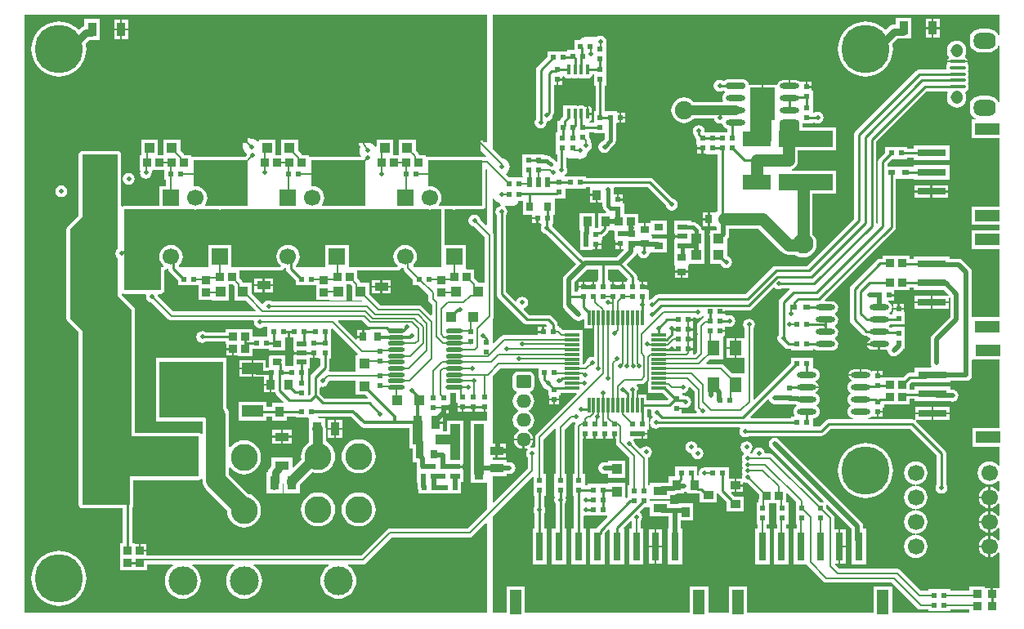
<source format=gtl>
G04*
G04 #@! TF.GenerationSoftware,Altium Limited,Altium Designer,19.1.5 (86)*
G04*
G04 Layer_Physical_Order=1*
G04 Layer_Color=255*
%FSLAX25Y25*%
%MOIN*%
G70*
G01*
G75*
%ADD11C,0.01000*%
%ADD18C,0.00800*%
%ADD29R,0.02200X0.02200*%
%ADD30R,0.04331X0.03347*%
%ADD31R,0.05600X0.03800*%
%ADD32R,0.03347X0.04331*%
%ADD33R,0.03500X0.03000*%
%ADD34R,0.02200X0.02200*%
%ADD35O,0.01600X0.04331*%
%ADD36R,0.01600X0.04331*%
%ADD37R,0.03500X0.03200*%
%ADD38R,0.03000X0.02000*%
%ADD39R,0.04347X0.04153*%
%ADD40R,0.04307X0.04035*%
%ADD41R,0.05800X0.03600*%
%ADD42R,0.11811X0.06260*%
%ADD43R,0.03600X0.05800*%
%ADD44R,0.03800X0.05600*%
%ADD45R,0.10000X0.05000*%
%ADD46R,0.04035X0.04307*%
%ADD47R,0.04153X0.04347*%
%ADD48R,0.03200X0.03200*%
%ADD49R,0.03200X0.03200*%
%ADD50R,0.05000X0.10000*%
%ADD51R,0.03150X0.11811*%
%ADD52R,0.04724X0.09843*%
%ADD53R,0.09843X0.04724*%
%ADD54R,0.11811X0.03150*%
%ADD55R,0.22441X0.06693*%
%ADD56R,0.26000X0.23000*%
%ADD57R,0.08600X0.04800*%
%ADD58R,0.02400X0.04000*%
%ADD59R,0.02800X0.03800*%
%ADD60R,0.04000X0.02400*%
%ADD61R,0.03800X0.02800*%
%ADD62R,0.10315X0.13819*%
G04:AMPARAMS|DCode=63|XSize=23.62mil|YSize=78.74mil|CornerRadius=5.91mil|HoleSize=0mil|Usage=FLASHONLY|Rotation=90.000|XOffset=0mil|YOffset=0mil|HoleType=Round|Shape=RoundedRectangle|*
%AMROUNDEDRECTD63*
21,1,0.02362,0.06693,0,0,90.0*
21,1,0.01181,0.07874,0,0,90.0*
1,1,0.01181,0.03347,0.00591*
1,1,0.01181,0.03347,-0.00591*
1,1,0.01181,-0.03347,-0.00591*
1,1,0.01181,-0.03347,0.00591*
%
%ADD63ROUNDEDRECTD63*%
%ADD64O,0.07874X0.02362*%
%ADD65R,0.05118X0.06299*%
G04:AMPARAMS|DCode=66|XSize=12mil|YSize=64mil|CornerRadius=3mil|HoleSize=0mil|Usage=FLASHONLY|Rotation=270.000|XOffset=0mil|YOffset=0mil|HoleType=Round|Shape=RoundedRectangle|*
%AMROUNDEDRECTD66*
21,1,0.01200,0.05800,0,0,270.0*
21,1,0.00600,0.06400,0,0,270.0*
1,1,0.00600,-0.02900,-0.00300*
1,1,0.00600,-0.02900,0.00300*
1,1,0.00600,0.02900,0.00300*
1,1,0.00600,0.02900,-0.00300*
%
%ADD66ROUNDEDRECTD66*%
%ADD67O,0.07000X0.01900*%
G04:AMPARAMS|DCode=68|XSize=19mil|YSize=70mil|CornerRadius=4.75mil|HoleSize=0mil|Usage=FLASHONLY|Rotation=90.000|XOffset=0mil|YOffset=0mil|HoleType=Round|Shape=RoundedRectangle|*
%AMROUNDEDRECTD68*
21,1,0.01900,0.06050,0,0,90.0*
21,1,0.00950,0.07000,0,0,90.0*
1,1,0.00950,0.03025,0.00475*
1,1,0.00950,0.03025,-0.00475*
1,1,0.00950,-0.03025,-0.00475*
1,1,0.00950,-0.03025,0.00475*
%
%ADD68ROUNDEDRECTD68*%
%ADD69R,0.03937X0.10630*%
%ADD70O,0.07874X0.02362*%
%ADD71R,0.02500X0.02500*%
%ADD72R,0.03000X0.03500*%
%ADD73R,0.01181X0.05906*%
%ADD74R,0.05906X0.01181*%
G04:AMPARAMS|DCode=129|XSize=90mil|YSize=68mil|CornerRadius=27.2mil|HoleSize=0mil|Usage=FLASHONLY|Rotation=0.000|XOffset=0mil|YOffset=0mil|HoleType=Round|Shape=RoundedRectangle|*
%AMROUNDEDRECTD129*
21,1,0.09000,0.01360,0,0,0.0*
21,1,0.03560,0.06800,0,0,0.0*
1,1,0.05440,0.01780,-0.00680*
1,1,0.05440,-0.01780,-0.00680*
1,1,0.05440,-0.01780,0.00680*
1,1,0.05440,0.01780,0.00680*
%
%ADD129ROUNDEDRECTD129*%
%ADD130O,0.05000X0.05400*%
%ADD133C,0.02000*%
%ADD134C,0.00700*%
%ADD135C,0.01500*%
%ADD136C,0.03000*%
%ADD137C,0.04000*%
%ADD138C,0.01200*%
%ADD139C,0.08000*%
%ADD140C,0.05000*%
%ADD141R,0.19500X0.18500*%
%ADD142R,0.05500X0.05571*%
%ADD143R,0.04500X0.09107*%
%ADD144R,0.23500X0.11500*%
%ADD145R,0.07000X0.09000*%
%ADD146R,0.21571X0.11000*%
%ADD147R,0.23708X0.12841*%
%ADD148R,0.08500X0.12500*%
%ADD149R,0.07937X0.04500*%
%ADD150R,0.07006X0.04347*%
%ADD151R,0.03969X0.06960*%
%ADD152C,0.19685*%
%ADD153C,0.11024*%
%ADD154C,0.11811*%
%ADD155C,0.08268*%
%ADD156C,0.06693*%
%ADD157R,0.06693X0.06693*%
%ADD158C,0.06693*%
%ADD159C,0.07480*%
%ADD160C,0.06299*%
%ADD161O,0.06000X0.05500*%
G04:AMPARAMS|DCode=162|XSize=55mil|YSize=60mil|CornerRadius=6.88mil|HoleSize=0mil|Usage=FLASHONLY|Rotation=270.000|XOffset=0mil|YOffset=0mil|HoleType=Round|Shape=RoundedRectangle|*
%AMROUNDEDRECTD162*
21,1,0.05500,0.04625,0,0,270.0*
21,1,0.04125,0.06000,0,0,270.0*
1,1,0.01375,-0.02313,-0.02063*
1,1,0.01375,-0.02313,0.02063*
1,1,0.01375,0.02313,0.02063*
1,1,0.01375,0.02313,-0.02063*
%
%ADD162ROUNDEDRECTD162*%
%ADD163C,0.01968*%
%ADD164C,0.04724*%
G36*
X399638Y237676D02*
X399138Y237576D01*
X398879Y238201D01*
X398218Y239062D01*
X397358Y239722D01*
X396356Y240137D01*
X395280Y240279D01*
X391720D01*
X390645Y240137D01*
X389642Y239722D01*
X388782Y239062D01*
X388121Y238201D01*
X387706Y237199D01*
X387564Y236123D01*
Y234763D01*
X387706Y233688D01*
X388121Y232685D01*
X388782Y231825D01*
X389642Y231165D01*
X390645Y230749D01*
X391720Y230608D01*
X395280D01*
X396356Y230749D01*
X397358Y231165D01*
X398218Y231825D01*
X398879Y232685D01*
X399138Y233310D01*
X399638Y233211D01*
Y210332D01*
X399138Y210233D01*
X398879Y210858D01*
X398218Y211718D01*
X397358Y212379D01*
X396356Y212794D01*
X395280Y212936D01*
X391720D01*
X390645Y212794D01*
X389642Y212379D01*
X388782Y211718D01*
X388121Y210858D01*
X387706Y209856D01*
X387564Y208780D01*
Y207420D01*
X387706Y206345D01*
X388121Y205342D01*
X388782Y204482D01*
X389642Y203821D01*
X389946Y203695D01*
X389847Y203195D01*
X388179D01*
Y195671D01*
X399638D01*
Y167762D01*
X388179D01*
Y160238D01*
X399638D01*
Y157979D01*
X388316D01*
Y150454D01*
X399638D01*
Y122546D01*
X388447D01*
Y141000D01*
X388261Y141936D01*
X387730Y142730D01*
X384730Y145730D01*
X383936Y146261D01*
X383000Y146447D01*
X379306D01*
Y147349D01*
X364694D01*
Y146311D01*
X363000D01*
Y147500D01*
X352000D01*
Y146437D01*
X351000D01*
X350259Y146290D01*
X349630Y145870D01*
X339130Y135370D01*
X338710Y134741D01*
X338563Y134000D01*
Y121500D01*
X338710Y120759D01*
X339130Y120130D01*
X343870Y115391D01*
X344498Y114971D01*
X345239Y114823D01*
X345777D01*
X345903Y114659D01*
X346442Y114245D01*
X346884Y114062D01*
X346890Y113711D01*
X346859Y113532D01*
X346172Y113073D01*
X345690Y112351D01*
X345600Y111900D01*
X350500D01*
Y111500D01*
X350900D01*
Y109276D01*
X353256D01*
X353612Y109347D01*
X353999Y109043D01*
X354067Y108928D01*
X354239Y108064D01*
X354770Y107270D01*
X355564Y106739D01*
X356500Y106553D01*
X357436Y106739D01*
X358230Y107270D01*
X360230Y109270D01*
X360384Y109500D01*
X361000D01*
Y113500D01*
Y118500D01*
X356000D01*
Y118187D01*
X355215D01*
X355097Y118341D01*
X354600Y118722D01*
X354567Y119000D01*
X354600Y119278D01*
X355097Y119659D01*
X355215Y119813D01*
X356000D01*
Y119500D01*
X361000D01*
Y124500D01*
X360600D01*
Y125600D01*
X358500D01*
X356400D01*
Y124500D01*
X356000D01*
Y123687D01*
X354922D01*
X354587Y124163D01*
X354600Y124278D01*
X355097Y124659D01*
X355510Y125198D01*
X355771Y125826D01*
X355859Y126500D01*
X355771Y127174D01*
X355510Y127802D01*
X355097Y128341D01*
X354558Y128755D01*
X354206Y128900D01*
X354306Y129400D01*
X356600D01*
Y131100D01*
X354500D01*
Y131900D01*
X356600D01*
Y133500D01*
X363000D01*
Y134563D01*
X364694D01*
Y133525D01*
X377014D01*
X378839Y131701D01*
X378631Y131201D01*
X378526Y131201D01*
Y131201D01*
X378519Y131201D01*
X372400D01*
Y129026D01*
X378906D01*
Y130486D01*
X379405Y130753D01*
X379553Y130654D01*
Y122514D01*
X372270Y115230D01*
X371739Y114436D01*
X371553Y113500D01*
Y104000D01*
X371739Y103064D01*
X372072Y102565D01*
X371805Y102065D01*
X365057D01*
Y99953D01*
X363016D01*
X362274Y99805D01*
X361646Y99386D01*
X360260Y98000D01*
X352100D01*
Y98100D01*
X350000D01*
Y98500D01*
X349600D01*
Y100600D01*
X347900D01*
Y100600D01*
X347400Y100465D01*
X347328Y100573D01*
X346607Y101055D01*
X345756Y101224D01*
X343400D01*
Y99000D01*
X343000D01*
Y98600D01*
X338100D01*
X338190Y98149D01*
X338672Y97427D01*
X339359Y96968D01*
X339390Y96789D01*
X339384Y96438D01*
X338942Y96255D01*
X338403Y95841D01*
X337989Y95302D01*
X337729Y94674D01*
X337641Y94000D01*
X337729Y93326D01*
X337989Y92698D01*
X338403Y92159D01*
X338900Y91778D01*
X338933Y91500D01*
X338900Y91222D01*
X338403Y90841D01*
X337989Y90302D01*
X337729Y89674D01*
X337641Y89000D01*
X337729Y88326D01*
X337989Y87698D01*
X338403Y87159D01*
X338900Y86778D01*
X338933Y86500D01*
X338900Y86222D01*
X338403Y85841D01*
X337989Y85302D01*
X337729Y84674D01*
X337641Y84000D01*
X337729Y83326D01*
X337989Y82698D01*
X338403Y82159D01*
X338942Y81745D01*
X339570Y81485D01*
X339936Y81437D01*
X339903Y80937D01*
X330000D01*
X329259Y80790D01*
X328630Y80370D01*
X326198Y77937D01*
X323500D01*
Y81397D01*
X323756D01*
X324430Y81485D01*
X325058Y81745D01*
X325597Y82159D01*
X326010Y82698D01*
X326271Y83326D01*
X326359Y84000D01*
X326271Y84674D01*
X326010Y85302D01*
X325597Y85841D01*
X325100Y86222D01*
X325067Y86500D01*
X325100Y86778D01*
X325597Y87159D01*
X326010Y87698D01*
X326271Y88326D01*
X326359Y89000D01*
X326271Y89674D01*
X326010Y90302D01*
X325597Y90841D01*
X325058Y91255D01*
X324616Y91438D01*
X324610Y91789D01*
X324641Y91968D01*
X325328Y92427D01*
X325811Y93149D01*
X325900Y93600D01*
X321000D01*
Y94400D01*
X325900D01*
X325811Y94851D01*
X325328Y95573D01*
X324641Y96032D01*
X324610Y96211D01*
X324616Y96562D01*
X325058Y96745D01*
X325597Y97159D01*
X326010Y97698D01*
X326271Y98326D01*
X326359Y99000D01*
X326271Y99674D01*
X326010Y100302D01*
X325597Y100841D01*
X325058Y101255D01*
X324430Y101515D01*
X323756Y101603D01*
X323500D01*
Y106000D01*
X314500D01*
Y103740D01*
X299797Y89037D01*
X299335Y89228D01*
Y117955D01*
X299746Y118570D01*
X299931Y119500D01*
X299746Y120430D01*
X299219Y121219D01*
X298430Y121746D01*
X297500Y121931D01*
X296570Y121746D01*
X295781Y121219D01*
X295254Y120430D01*
X295069Y119500D01*
X295254Y118570D01*
X295665Y117955D01*
Y114598D01*
X295587Y114130D01*
X295165Y114130D01*
X292428D01*
Y109980D01*
Y105831D01*
X295587Y105831D01*
X295665Y105363D01*
Y99569D01*
X290664D01*
X287388Y102845D01*
X286793Y103243D01*
X286090Y103383D01*
X280214D01*
X280023Y103844D01*
X281609Y105431D01*
X286931D01*
Y114530D01*
X287245Y114900D01*
X287600D01*
Y116600D01*
X285500D01*
Y117400D01*
X287600D01*
Y118500D01*
X288000D01*
Y118533D01*
X288500Y118801D01*
X288570Y118754D01*
X289500Y118569D01*
X290430Y118754D01*
X291219Y119281D01*
X291746Y120070D01*
X291931Y121000D01*
X291746Y121930D01*
X291219Y122719D01*
X290430Y123246D01*
X289500Y123431D01*
X288570Y123246D01*
X288500Y123199D01*
X288000Y123467D01*
Y123500D01*
X287600D01*
Y125263D01*
X297200D01*
X297941Y125410D01*
X298570Y125830D01*
X307436Y134697D01*
X307781Y134663D01*
X308570Y134136D01*
X309500Y133951D01*
X310430Y134136D01*
X310892Y134445D01*
X314090D01*
X314242Y133945D01*
X314130Y133870D01*
X310130Y129870D01*
X309710Y129241D01*
X309563Y128500D01*
Y115392D01*
X309254Y114930D01*
X309069Y114000D01*
X309254Y113070D01*
X309781Y112281D01*
X310379Y111882D01*
X312130Y110130D01*
X312759Y109710D01*
X313500Y109563D01*
X314500D01*
Y109000D01*
X323500D01*
Y109563D01*
X324029D01*
X324442Y109245D01*
X325070Y108985D01*
X325744Y108897D01*
X331256D01*
X331930Y108985D01*
X332558Y109245D01*
X333097Y109659D01*
X333510Y110198D01*
X333771Y110826D01*
X333859Y111500D01*
X333771Y112174D01*
X333510Y112802D01*
X333097Y113341D01*
X332600Y113722D01*
X332567Y114000D01*
X332600Y114278D01*
X333097Y114659D01*
X333510Y115198D01*
X333771Y115826D01*
X333859Y116500D01*
X333771Y117174D01*
X333510Y117802D01*
X333097Y118341D01*
X332600Y118722D01*
X332567Y119000D01*
X332600Y119278D01*
X333097Y119659D01*
X333510Y120198D01*
X333771Y120826D01*
X333859Y121500D01*
X333771Y122174D01*
X333510Y122802D01*
X333097Y123341D01*
X332600Y123722D01*
X332567Y124000D01*
X332600Y124278D01*
X333097Y124659D01*
X333510Y125198D01*
X333771Y125826D01*
X333859Y126500D01*
X333771Y127174D01*
X333510Y127802D01*
X333097Y128341D01*
X332558Y128755D01*
X331930Y129015D01*
X331256Y129103D01*
X328514D01*
X328323Y129565D01*
X356870Y158112D01*
X357290Y158740D01*
X357437Y159482D01*
Y179100D01*
X364100D01*
Y179100D01*
X364557Y178995D01*
Y178742D01*
X379168D01*
Y184691D01*
X364557D01*
Y184005D01*
X364100Y183900D01*
Y183900D01*
X353937D01*
Y185198D01*
X355740Y187000D01*
X362000D01*
Y187563D01*
X364557D01*
Y186616D01*
X379168D01*
Y192565D01*
X364557D01*
Y191437D01*
X362000D01*
Y192000D01*
X353000D01*
Y189740D01*
X350630Y187370D01*
X350210Y186741D01*
X350063Y186000D01*
Y160666D01*
X349937Y160582D01*
X349437Y160849D01*
Y194198D01*
X369956Y214716D01*
X378465D01*
X378721Y214216D01*
X378400Y213442D01*
X378266Y212424D01*
Y212024D01*
X378400Y211006D01*
X378793Y210058D01*
X379418Y209243D01*
X380233Y208618D01*
X381182Y208225D01*
X382200Y208091D01*
X383218Y208225D01*
X384167Y208618D01*
X384981Y209243D01*
X385607Y210058D01*
X386000Y211006D01*
X386134Y212024D01*
Y212424D01*
X386000Y213442D01*
X385698Y214170D01*
X385926Y214725D01*
X386063Y214752D01*
X386626Y215128D01*
X387001Y215690D01*
X387133Y216354D01*
Y216953D01*
X387001Y217617D01*
X386790Y217933D01*
X387001Y218249D01*
X387133Y218913D01*
Y219513D01*
X387001Y220176D01*
X386790Y220492D01*
X387001Y220808D01*
X387133Y221472D01*
Y222072D01*
X387001Y222735D01*
X386790Y223051D01*
X387001Y223367D01*
X387133Y224031D01*
Y224631D01*
X387001Y225294D01*
X386626Y225856D01*
X386520Y225927D01*
X386625Y226082D01*
X386706Y226490D01*
X382500D01*
X378294D01*
X378375Y226082D01*
X378480Y225927D01*
X378374Y225856D01*
X377999Y225294D01*
X377867Y224631D01*
Y224031D01*
X377603Y223709D01*
X367034D01*
X366292Y223561D01*
X365664Y223142D01*
X341012Y198490D01*
X340592Y197861D01*
X340445Y197120D01*
Y162684D01*
X321198Y143437D01*
X308500D01*
X307759Y143290D01*
X307130Y142870D01*
X296198Y131937D01*
X260500D01*
X259759Y131790D01*
X259130Y131370D01*
X257615Y129854D01*
X257070Y129746D01*
X256941Y129660D01*
X256500Y129896D01*
Y133500D01*
X256100D01*
Y134600D01*
X254000D01*
Y135000D01*
X253600D01*
Y137100D01*
X252500D01*
Y137500D01*
X251937D01*
Y139000D01*
X251790Y139741D01*
X251370Y140370D01*
X247600Y144140D01*
X250980Y147520D01*
X251511Y148314D01*
X251603Y148779D01*
X252113D01*
X252254Y148070D01*
X252781Y147281D01*
X253570Y146754D01*
X254500Y146569D01*
X255430Y146754D01*
X256219Y147281D01*
X256746Y148070D01*
X256876Y148725D01*
X257279Y148960D01*
X263879D01*
Y154560D01*
X260415D01*
X260179Y154607D01*
X258150D01*
Y155500D01*
X257991D01*
X257750Y155900D01*
Y156440D01*
X263879D01*
Y162040D01*
X257279D01*
Y160900D01*
X255400D01*
Y158400D01*
X254600D01*
Y160900D01*
X252260D01*
Y164492D01*
X246547D01*
Y166400D01*
X246500Y166636D01*
Y169000D01*
X246100D01*
Y170100D01*
X244000D01*
Y170500D01*
X243600D01*
Y172600D01*
X242192D01*
Y173489D01*
X242246Y173570D01*
X242431Y174500D01*
X242319Y175063D01*
X242713Y175563D01*
X256198D01*
X263646Y168115D01*
X263754Y167570D01*
X264281Y166781D01*
X265070Y166254D01*
X266000Y166069D01*
X266930Y166254D01*
X267719Y166781D01*
X268246Y167570D01*
X268431Y168500D01*
X268246Y169430D01*
X267719Y170219D01*
X266930Y170746D01*
X266385Y170854D01*
X258370Y178870D01*
X257741Y179290D01*
X257000Y179437D01*
X231000D01*
Y180000D01*
X222450D01*
X222298Y180500D01*
X222719Y180781D01*
X223246Y181570D01*
X223431Y182500D01*
X223246Y183430D01*
X223077Y183683D01*
Y187546D01*
X223577Y187720D01*
X224095Y187373D01*
X224837Y187226D01*
X227519D01*
X227612Y187188D01*
X228500Y187071D01*
X229388Y187188D01*
X230215Y187530D01*
X230925Y188075D01*
X231470Y188785D01*
X231813Y189612D01*
X231896Y190247D01*
X231930Y190254D01*
X232719Y190781D01*
X233246Y191570D01*
X233431Y192500D01*
X233246Y193430D01*
X232835Y194045D01*
Y194780D01*
X232696Y195482D01*
X232298Y196077D01*
X232279Y196096D01*
Y198063D01*
X234279D01*
Y197500D01*
X238808D01*
Y195408D01*
X237669Y194269D01*
X237574Y194250D01*
X236785Y193723D01*
X236258Y192934D01*
X236073Y192004D01*
X236258Y191074D01*
X236785Y190285D01*
X237574Y189758D01*
X238504Y189573D01*
X239434Y189758D01*
X240223Y190285D01*
X240750Y191074D01*
X240769Y191169D01*
X242550Y192950D01*
X243025Y193661D01*
X243192Y194500D01*
Y201500D01*
X243500D01*
Y201900D01*
X244600D01*
Y204000D01*
X245000D01*
D01*
X244600D01*
Y206100D01*
X243500D01*
Y206500D01*
X238717D01*
Y217000D01*
X239280D01*
Y221000D01*
Y225500D01*
Y229500D01*
Y234239D01*
X239431Y235000D01*
X239246Y235930D01*
X238719Y236719D01*
X237930Y237246D01*
X237000Y237431D01*
X236070Y237246D01*
X235468Y236844D01*
X235000Y236937D01*
X230500D01*
X229759Y236790D01*
X229130Y236370D01*
X228710Y235741D01*
X228662Y235500D01*
X226279D01*
Y231500D01*
X223280D01*
Y231000D01*
X215280D01*
Y228740D01*
X211130Y224590D01*
X210710Y223962D01*
X210563Y223220D01*
Y203392D01*
X210254Y202930D01*
X210069Y202000D01*
X210254Y201070D01*
X210781Y200281D01*
X211570Y199754D01*
X212500Y199569D01*
X213430Y199754D01*
X214219Y200281D01*
X214746Y201070D01*
X214931Y202000D01*
X214908Y202116D01*
X215315Y202632D01*
X215930Y202754D01*
X216719Y203281D01*
X217246Y204070D01*
X217354Y204615D01*
X217370Y204630D01*
X217790Y205259D01*
X217937Y206000D01*
Y217400D01*
X218880D01*
Y219500D01*
X219280D01*
Y219900D01*
X221379D01*
Y220757D01*
X221880Y220949D01*
X222193Y220791D01*
X222355Y220549D01*
X223082Y220062D01*
X223941Y219892D01*
X224799Y220062D01*
X225220Y220344D01*
X225642Y220062D01*
X226500Y219892D01*
X227358Y220062D01*
X227780Y220344D01*
X228201Y220062D01*
X229059Y219892D01*
X229918Y220062D01*
X230339Y220344D01*
X230760Y220062D01*
X231618Y219892D01*
X232476Y220062D01*
X233204Y220549D01*
X233691Y221276D01*
X233748Y221563D01*
X234279D01*
Y217000D01*
X234842D01*
Y206500D01*
X234279D01*
Y201937D01*
X232279D01*
Y202431D01*
X232320Y202439D01*
X232916Y202837D01*
X233314Y203432D01*
X233453Y204135D01*
Y205100D01*
X231618D01*
Y205500D01*
X231302D01*
Y206865D01*
X231218Y207289D01*
Y208621D01*
X230916Y208561D01*
X230728Y208435D01*
X230645Y208452D01*
X229918Y208938D01*
X229059Y209108D01*
X228201Y208938D01*
X227780Y208656D01*
X227358Y208938D01*
X226634Y209082D01*
X226500Y209108D01*
X226141Y209065D01*
Y209065D01*
X221741D01*
Y204674D01*
X221010Y203943D01*
X220590Y203315D01*
X220442Y202573D01*
Y202500D01*
X219280D01*
Y198000D01*
X218779D01*
Y193000D01*
Y189000D01*
X219202D01*
Y186078D01*
X218957Y185999D01*
X218703Y185995D01*
X218219Y186719D01*
X217430Y187246D01*
X217335Y187265D01*
X216650Y187950D01*
X215939Y188425D01*
X215100Y188592D01*
X214000D01*
Y189000D01*
X205000D01*
Y184000D01*
Y180000D01*
X205360D01*
Y179500D01*
X199595D01*
X198474Y180621D01*
X198530Y181272D01*
X198925Y181575D01*
X199470Y182285D01*
X199812Y183112D01*
X199929Y184000D01*
X199812Y184888D01*
X199470Y185715D01*
X198925Y186425D01*
X198215Y186970D01*
X197388Y187312D01*
X196857Y187382D01*
X192913Y191326D01*
Y246094D01*
X399638D01*
Y237676D01*
D02*
G37*
G36*
X190500Y194208D02*
X190163Y194028D01*
X190000Y193985D01*
X189316Y194121D01*
X189000Y194380D01*
Y195600D01*
X183400D01*
Y192500D01*
X187119D01*
X187379Y192184D01*
X187527Y191442D01*
X187946Y190814D01*
X190425Y188335D01*
X190319Y187835D01*
X189400D01*
Y187900D01*
X188638D01*
X188500Y187927D01*
X166500D01*
X166362Y187900D01*
X165500D01*
Y188500D01*
X163070D01*
X162996Y188877D01*
X162598Y189472D01*
X161548Y190522D01*
Y195073D01*
X154594D01*
Y188500D01*
X152347D01*
Y195054D01*
X145511D01*
Y192214D01*
X145011Y192114D01*
X144970Y192215D01*
X144425Y192925D01*
X143715Y193470D01*
X142888Y193813D01*
X142229Y193899D01*
X141936Y194095D01*
X141500Y194182D01*
Y195600D01*
X135900D01*
Y192500D01*
X138662D01*
X138941Y192000D01*
X138688Y191388D01*
X138571Y190500D01*
X138688Y189612D01*
X139030Y188785D01*
X139305Y188427D01*
X139058Y187927D01*
X119000D01*
X118862Y187900D01*
X118000D01*
Y188500D01*
X115461D01*
X115098Y189043D01*
X113619Y190522D01*
Y195073D01*
X106665D01*
Y188500D01*
X104418D01*
Y195054D01*
X97582D01*
Y194389D01*
X97082Y194220D01*
X96925Y194425D01*
X96215Y194970D01*
X95388Y195312D01*
X94500Y195429D01*
X94376Y195413D01*
X94000Y195743D01*
Y199500D01*
X88400D01*
Y196000D01*
Y192500D01*
X90757D01*
X91087Y192124D01*
X91071Y192000D01*
X91188Y191112D01*
X91530Y190285D01*
X92075Y189575D01*
X92576Y189191D01*
X92564Y188659D01*
X91832Y187927D01*
X71000D01*
X70862Y187900D01*
X70000D01*
Y188500D01*
X67461D01*
X67098Y189043D01*
X65618Y190522D01*
Y195073D01*
X58665D01*
Y188500D01*
X56418D01*
Y195054D01*
X49582D01*
Y188500D01*
X49000D01*
Y182500D01*
X49000D01*
X49169Y182000D01*
X49069Y181500D01*
X49254Y180570D01*
X49781Y179781D01*
X50570Y179254D01*
X51500Y179069D01*
X52430Y179254D01*
X53219Y179781D01*
X53746Y180570D01*
X53931Y181500D01*
X53831Y182000D01*
X54242Y182500D01*
X59000D01*
Y178500D01*
X59665D01*
Y175995D01*
X56981D01*
Y167927D01*
X42500D01*
X41954Y167819D01*
X41927Y167801D01*
X41427Y168069D01*
X41427Y189000D01*
X41319Y189546D01*
X41009Y190009D01*
X40546Y190319D01*
X40000Y190427D01*
X25500D01*
X24954Y190319D01*
X24491Y190009D01*
X24181Y189546D01*
X24073Y189000D01*
Y164091D01*
X19491Y159509D01*
X19181Y159046D01*
X19073Y158500D01*
X19073Y158500D01*
X19073Y122000D01*
X19181Y121454D01*
X19491Y120991D01*
X19491Y120991D01*
X24073Y116409D01*
Y46000D01*
X24181Y45454D01*
X24491Y44991D01*
X24954Y44681D01*
X25500Y44573D01*
X41963D01*
Y30400D01*
X40900D01*
Y24400D01*
Y19400D01*
X51900D01*
Y21665D01*
X62442D01*
X62564Y21180D01*
X62422Y21104D01*
X61309Y20191D01*
X60396Y19078D01*
X59718Y17809D01*
X59300Y16432D01*
X59159Y15000D01*
X59300Y13568D01*
X59718Y12191D01*
X60396Y10922D01*
X61309Y9809D01*
X62422Y8896D01*
X63691Y8218D01*
X65068Y7800D01*
X66500Y7659D01*
X67932Y7800D01*
X69309Y8218D01*
X70578Y8896D01*
X71691Y9809D01*
X72604Y10922D01*
X73282Y12191D01*
X73700Y13568D01*
X73841Y15000D01*
X73700Y16432D01*
X73282Y17809D01*
X72604Y19078D01*
X71691Y20191D01*
X70578Y21104D01*
X70436Y21180D01*
X70558Y21665D01*
X87442D01*
X87564Y21180D01*
X87422Y21104D01*
X86309Y20191D01*
X85396Y19078D01*
X84718Y17809D01*
X84300Y16432D01*
X84159Y15000D01*
X84300Y13568D01*
X84718Y12191D01*
X85396Y10922D01*
X86309Y9809D01*
X87422Y8896D01*
X88691Y8218D01*
X90068Y7800D01*
X91500Y7659D01*
X92932Y7800D01*
X94309Y8218D01*
X95578Y8896D01*
X96691Y9809D01*
X97604Y10922D01*
X98282Y12191D01*
X98700Y13568D01*
X98841Y15000D01*
X98700Y16432D01*
X98282Y17809D01*
X97604Y19078D01*
X96691Y20191D01*
X95578Y21104D01*
X95436Y21180D01*
X95558Y21665D01*
X125942D01*
X126064Y21180D01*
X125922Y21104D01*
X124809Y20191D01*
X123896Y19078D01*
X123218Y17809D01*
X122800Y16432D01*
X122659Y15000D01*
X122800Y13568D01*
X123218Y12191D01*
X123896Y10922D01*
X124809Y9809D01*
X125922Y8896D01*
X127191Y8218D01*
X128568Y7800D01*
X130000Y7659D01*
X131432Y7800D01*
X132809Y8218D01*
X134078Y8896D01*
X135191Y9809D01*
X136104Y10922D01*
X136782Y12191D01*
X137200Y13568D01*
X137341Y15000D01*
X137200Y16432D01*
X136782Y17809D01*
X136104Y19078D01*
X135191Y20191D01*
X134078Y21104D01*
X133936Y21180D01*
X134058Y21665D01*
X140000D01*
X140702Y21804D01*
X141298Y22202D01*
X151760Y32665D01*
X183500D01*
X184202Y32804D01*
X184798Y33202D01*
X190038Y38443D01*
X190500Y38251D01*
Y1937D01*
X1937D01*
Y246094D01*
X190500D01*
Y194208D01*
D02*
G37*
G36*
X188500Y168000D02*
X171283D01*
X171062Y168448D01*
X171374Y168854D01*
X171852Y170009D01*
X172015Y171248D01*
X171852Y172487D01*
X171374Y173642D01*
X170613Y174633D01*
X169621Y175394D01*
X168467Y175872D01*
X167228Y176035D01*
X166876Y175989D01*
X166500Y176319D01*
Y186500D01*
X188500D01*
Y168000D01*
D02*
G37*
G36*
X141000D02*
X123533D01*
X123312Y168448D01*
X123624Y168854D01*
X124102Y170009D01*
X124265Y171248D01*
X124102Y172487D01*
X123624Y173642D01*
X122863Y174633D01*
X121871Y175394D01*
X120717Y175872D01*
X119478Y176035D01*
X119376Y176022D01*
X119000Y176352D01*
Y186500D01*
X141000D01*
Y168000D01*
D02*
G37*
G36*
X93000D02*
X75783D01*
X75562Y168448D01*
X75874Y168854D01*
X76352Y170009D01*
X76515Y171248D01*
X76352Y172487D01*
X75874Y173642D01*
X75113Y174633D01*
X74121Y175394D01*
X72967Y175872D01*
X71728Y176035D01*
X71376Y175989D01*
X71000Y176319D01*
Y186500D01*
X93000D01*
Y168000D01*
D02*
G37*
G36*
X190500Y183020D02*
Y160249D01*
X190038Y160057D01*
X187890Y162205D01*
X187746Y162930D01*
X187219Y163719D01*
X186430Y164246D01*
X185500Y164431D01*
X184570Y164246D01*
X183781Y163719D01*
X183254Y162930D01*
X183069Y162000D01*
X183254Y161070D01*
X183781Y160281D01*
X184570Y159754D01*
X185295Y159610D01*
X189665Y155240D01*
Y136653D01*
X187088D01*
X187049Y136849D01*
X186651Y137445D01*
X185400Y138696D01*
Y142100D01*
X182212D01*
X181974Y142502D01*
Y151995D01*
X173427D01*
Y166500D01*
X173487Y166573D01*
X176377D01*
X177228Y166461D01*
X178078Y166573D01*
X188500D01*
X189046Y166681D01*
X189509Y166991D01*
X189819Y167454D01*
X189927Y168000D01*
Y182801D01*
X190427Y183068D01*
X190500Y183020D01*
D02*
G37*
G36*
X172000Y143000D02*
X160925D01*
X160609Y143335D01*
X160613Y143863D01*
X161374Y144854D01*
X161852Y146009D01*
X162015Y147248D01*
X161852Y148487D01*
X161374Y149642D01*
X160613Y150633D01*
X159621Y151394D01*
X158467Y151872D01*
X157228Y152035D01*
X155989Y151872D01*
X154834Y151394D01*
X153842Y150633D01*
X153082Y149642D01*
X152603Y148487D01*
X152440Y147248D01*
X152603Y146009D01*
X153082Y144854D01*
X153842Y143863D01*
X154315Y143500D01*
X154146Y143000D01*
X134224D01*
Y151995D01*
X124732D01*
Y143000D01*
X113050D01*
X112808Y143253D01*
X112850Y143853D01*
X112863Y143863D01*
X113624Y144854D01*
X114102Y146009D01*
X114266Y147248D01*
X114102Y148487D01*
X113624Y149642D01*
X112863Y150633D01*
X111872Y151394D01*
X110717Y151872D01*
X109478Y152035D01*
X108239Y151872D01*
X107084Y151394D01*
X106093Y150633D01*
X105332Y149642D01*
X104854Y148487D01*
X104691Y147248D01*
X104854Y146009D01*
X105332Y144854D01*
X106093Y143863D01*
X106566Y143500D01*
X106396Y143000D01*
X86474D01*
Y151995D01*
X76981D01*
Y143000D01*
X65104D01*
X64943Y143171D01*
X64990Y143768D01*
X65113Y143863D01*
X65874Y144854D01*
X66352Y146009D01*
X66515Y147248D01*
X66352Y148487D01*
X65874Y149642D01*
X65113Y150633D01*
X64121Y151394D01*
X62967Y151872D01*
X61728Y152035D01*
X60489Y151872D01*
X59334Y151394D01*
X58342Y150633D01*
X57582Y149642D01*
X57103Y148487D01*
X56940Y147248D01*
X57103Y146009D01*
X57582Y144854D01*
X58342Y143863D01*
X58815Y143500D01*
X58646Y143000D01*
X57500D01*
Y133500D01*
X42500D01*
Y166500D01*
X71429D01*
X71728Y166461D01*
X72027Y166500D01*
X81429D01*
X81728Y166461D01*
X82027Y166500D01*
X119179D01*
X119478Y166461D01*
X119777Y166500D01*
X129179D01*
X129478Y166461D01*
X129777Y166500D01*
X166929D01*
X167228Y166461D01*
X167527Y166500D01*
X172000D01*
Y143000D01*
D02*
G37*
G36*
X232587Y172884D02*
X235260D01*
Y172484D01*
X235660D01*
Y169319D01*
X237808D01*
Y168000D01*
X237975Y167161D01*
X238450Y166450D01*
X239335Y165565D01*
X239127Y165065D01*
X235927D01*
Y158937D01*
X235700D01*
X235513Y158900D01*
X234593D01*
Y165065D01*
X228447D01*
Y157935D01*
X228600D01*
Y153900D01*
Y149900D01*
X233600D01*
Y150300D01*
X234700D01*
Y152400D01*
X235100D01*
Y152800D01*
X237200D01*
Y153900D01*
X237600D01*
Y155182D01*
X237741Y155210D01*
X238370Y155630D01*
X239956Y157216D01*
X240376Y157844D01*
X240393Y157935D01*
X242073D01*
Y157935D01*
X242500Y157758D01*
Y154000D01*
X242900D01*
Y152900D01*
X245000D01*
Y152500D01*
X245400D01*
Y150400D01*
X246232D01*
X246439Y149900D01*
X243486Y146947D01*
X230500D01*
X229910Y146830D01*
X217354Y159385D01*
X217246Y159930D01*
X217199Y160000D01*
X217467Y160500D01*
X217700D01*
Y164357D01*
X218240D01*
Y170958D01*
X218723Y171000D01*
X222500D01*
Y175000D01*
X231000D01*
Y175563D01*
X232587D01*
Y172884D01*
D02*
G37*
G36*
X155989Y142624D02*
X156492Y142558D01*
X156603Y141999D01*
X157001Y141404D01*
X160400Y138005D01*
Y135600D01*
X162805D01*
X166665Y131740D01*
Y130000D01*
X166804Y129298D01*
X167202Y128702D01*
X168165Y127740D01*
Y123584D01*
X167703Y123393D01*
X164298Y126798D01*
X163702Y127196D01*
X163000Y127335D01*
X147195D01*
X142489Y132042D01*
Y136554D01*
X139188D01*
X139149Y136749D01*
X138751Y137345D01*
X137500Y138595D01*
Y141573D01*
X154146D01*
X154192Y141582D01*
X154239Y141576D01*
X154464Y141636D01*
X154692Y141681D01*
X154731Y141708D01*
X154777Y141720D01*
X154962Y141861D01*
X155155Y141991D01*
X155181Y142030D01*
X155219Y142059D01*
X155335Y142260D01*
X155464Y142454D01*
X155914Y142655D01*
X155989Y142624D01*
D02*
G37*
G36*
X108239D02*
X108630Y142572D01*
Y142433D01*
X108778Y141691D01*
X109197Y141063D01*
X112500Y137760D01*
Y135500D01*
X121000D01*
Y129500D01*
X126452D01*
Y129427D01*
X133406D01*
Y136000D01*
X134905D01*
X135618Y135287D01*
Y134618D01*
X135653Y134440D01*
Y129446D01*
X139563D01*
X139638Y129335D01*
X139372Y128835D01*
X103045D01*
X102430Y129246D01*
X101500Y129431D01*
X100570Y129246D01*
X99781Y128719D01*
X99330Y128044D01*
X98775Y127891D01*
X94489Y132178D01*
Y136554D01*
X91188D01*
X91149Y136749D01*
X90751Y137345D01*
X89500Y138595D01*
Y141573D01*
X106396D01*
X106442Y141582D01*
X106489Y141576D01*
X106714Y141636D01*
X106942Y141681D01*
X106982Y141708D01*
X107027Y141720D01*
X107212Y141861D01*
X107405Y141991D01*
X107432Y142030D01*
X107469Y142059D01*
X107586Y142260D01*
X107715Y142454D01*
X108164Y142655D01*
X108239Y142624D01*
D02*
G37*
G36*
X248063Y138198D02*
Y137500D01*
X247500D01*
Y137100D01*
X246400D01*
Y135000D01*
X245600D01*
Y137100D01*
X242400D01*
Y135000D01*
X241600D01*
Y137100D01*
X240500D01*
Y137500D01*
X239937D01*
Y142053D01*
X244207D01*
X248063Y138198D01*
D02*
G37*
G36*
X236063Y137500D02*
X235500D01*
Y137100D01*
X234400D01*
Y135000D01*
X233600D01*
Y137100D01*
X230400D01*
Y135000D01*
X230000D01*
Y134600D01*
X227900D01*
Y133500D01*
X227500D01*
Y132937D01*
X226447D01*
Y136986D01*
X231514Y142053D01*
X236063D01*
Y137500D01*
D02*
G37*
G36*
X60349Y142489D02*
X60687Y142271D01*
X60809Y141660D01*
X61229Y141032D01*
X64500Y137760D01*
Y135500D01*
X73000D01*
Y129500D01*
X78452D01*
Y129427D01*
X85406D01*
Y136000D01*
X86905D01*
X87618Y135287D01*
Y134618D01*
X87653Y134440D01*
Y129446D01*
X92029D01*
X96178Y125297D01*
X95987Y124835D01*
X62760D01*
X56390Y131205D01*
X56317Y131573D01*
X56706Y132073D01*
X57500D01*
X58046Y132181D01*
X58509Y132491D01*
X58819Y132954D01*
X58927Y133500D01*
Y141626D01*
X58964Y141636D01*
X59192Y141681D01*
X59231Y141708D01*
X59277Y141720D01*
X59461Y141861D01*
X59655Y141991D01*
X59681Y142030D01*
X59719Y142059D01*
X59835Y142260D01*
X59964Y142454D01*
X60161Y142542D01*
X60349Y142489D01*
D02*
G37*
G36*
X279000Y123050D02*
Y122236D01*
X278798Y122196D01*
X278202Y121798D01*
X276702Y120298D01*
X276304Y119702D01*
X276165Y119000D01*
Y108260D01*
X275240Y107335D01*
X275073D01*
X274600Y107400D01*
Y109100D01*
X272500D01*
Y109900D01*
X274600D01*
Y111400D01*
Y113100D01*
X272500D01*
Y113900D01*
X274600D01*
Y115400D01*
Y117100D01*
X272500D01*
Y117900D01*
X274600D01*
Y119400D01*
Y121100D01*
X272500D01*
Y121900D01*
X274600D01*
Y122301D01*
X275100Y122568D01*
X275570Y122254D01*
X276500Y122069D01*
X277430Y122254D01*
X278219Y122781D01*
X278500Y123202D01*
X279000Y123050D01*
D02*
G37*
G36*
X42500Y132073D02*
X51294D01*
X51683Y131573D01*
X51569Y131000D01*
X51754Y130070D01*
X52281Y129281D01*
X53070Y128754D01*
X53795Y128610D01*
X60702Y121702D01*
X61298Y121304D01*
X62000Y121165D01*
X95307D01*
X95624Y120778D01*
X95569Y120500D01*
X95754Y119570D01*
X96281Y118781D01*
X97070Y118254D01*
X98000Y118069D01*
X98930Y118254D01*
X99545Y118665D01*
X101000D01*
Y114500D01*
X95000D01*
Y117500D01*
X84000D01*
Y116437D01*
X75892D01*
X75430Y116746D01*
X74500Y116931D01*
X73570Y116746D01*
X72781Y116219D01*
X72254Y115430D01*
X72069Y114500D01*
X72254Y113570D01*
X72781Y112781D01*
X73570Y112254D01*
X74500Y112069D01*
X75430Y112254D01*
X75892Y112563D01*
X84000D01*
Y111500D01*
X84400D01*
Y109900D01*
X87000D01*
Y109500D01*
X87400D01*
Y106900D01*
X89000D01*
Y106500D01*
X95000D01*
Y109500D01*
X101779D01*
Y108940D01*
X108379D01*
Y114400D01*
X109600D01*
Y114400D01*
X109900D01*
Y114400D01*
X111046D01*
X111521Y114340D01*
Y109140D01*
X111921D01*
Y108400D01*
X114921D01*
Y107600D01*
X111921D01*
Y106860D01*
X111521D01*
Y102500D01*
X108416D01*
Y103360D01*
X108379Y103547D01*
Y104973D01*
X108416Y105160D01*
X108379Y105347D01*
Y107060D01*
X106666D01*
X106479Y107097D01*
X106292Y107060D01*
X101779D01*
Y102454D01*
X101425Y102100D01*
X100400Y102100D01*
X100300Y102559D01*
Y105150D01*
X95400D01*
Y101750D01*
Y98350D01*
X99166D01*
X99587Y98158D01*
X99587Y97850D01*
Y95392D01*
X102260D01*
Y94992D01*
X102660D01*
Y91827D01*
X104197D01*
X104210Y91759D01*
X104630Y91130D01*
X107725Y88035D01*
X107534Y87573D01*
X102927D01*
Y85945D01*
X100700D01*
Y88050D01*
X89300D01*
Y80450D01*
X100700D01*
Y82071D01*
X102927D01*
Y80443D01*
X109073D01*
Y82063D01*
X112500D01*
Y81500D01*
X117724D01*
X118100Y81200D01*
X118100Y81000D01*
Y77918D01*
X118087Y77888D01*
X117971Y77000D01*
X118071Y76240D01*
Y71667D01*
X117874Y71562D01*
X116821Y70698D01*
X115957Y69646D01*
X115316Y68445D01*
X114920Y67142D01*
X114787Y65787D01*
X114920Y64432D01*
X114935Y64385D01*
X111762Y61212D01*
X111300Y61403D01*
Y65200D01*
X102700D01*
Y61890D01*
X102692Y61829D01*
X102232Y61368D01*
X101767Y60763D01*
X101475Y60057D01*
X101375Y59300D01*
Y59200D01*
X100600D01*
Y53890D01*
X100575Y53700D01*
X100600Y53510D01*
Y50800D01*
X103310D01*
X103500Y50775D01*
X103690Y50800D01*
X107200D01*
Y54744D01*
X107700Y54777D01*
X107788Y54112D01*
X107800Y54082D01*
Y50800D01*
X114400D01*
Y54082D01*
X114412Y54112D01*
X114420Y54170D01*
X119493Y59244D01*
X120377Y58976D01*
X121732Y58842D01*
X123087Y58976D01*
X124390Y59371D01*
X125591Y60013D01*
X126643Y60876D01*
X127507Y61929D01*
X128149Y63130D01*
X128544Y64432D01*
X128677Y65787D01*
X128544Y67142D01*
X128149Y68445D01*
X127507Y69646D01*
X126643Y70698D01*
X125591Y71562D01*
X124929Y71916D01*
Y76900D01*
X124812Y77788D01*
X124700Y78059D01*
Y81200D01*
X121937D01*
X121863Y81270D01*
X121811Y81866D01*
X121892Y81961D01*
X135155D01*
X139058Y78058D01*
X139720Y77616D01*
X140500Y77461D01*
X158985D01*
Y72515D01*
X159011Y72316D01*
Y68946D01*
X160175D01*
Y66500D01*
X160200Y66310D01*
Y63350D01*
X161953D01*
Y61600D01*
X162000Y61364D01*
Y59000D01*
Y55000D01*
X162153D01*
Y53400D01*
X162339Y52464D01*
X162500Y52223D01*
Y50500D01*
X180000D01*
Y55160D01*
X180979D01*
Y60360D01*
X180579D01*
Y61100D01*
X177579D01*
Y61900D01*
X180579D01*
Y62640D01*
X180979D01*
Y63902D01*
X181006Y64040D01*
Y71000D01*
X180947Y71296D01*
Y80215D01*
X174210D01*
Y76101D01*
X172500D01*
Y79100D01*
X169600D01*
Y79900D01*
X172500D01*
Y83300D01*
X172600Y83322D01*
Y85500D01*
X173000D01*
Y85900D01*
X175100D01*
Y87000D01*
X175500D01*
Y91597D01*
X178066D01*
Y90750D01*
X178100Y90578D01*
Y87500D01*
X178500D01*
Y86400D01*
X180600D01*
Y86000D01*
X181000D01*
Y83900D01*
X182700D01*
Y83900D01*
X183000D01*
Y83900D01*
X184700D01*
Y86000D01*
X185500D01*
Y83900D01*
X187200D01*
Y83900D01*
X187500D01*
Y83900D01*
X189200D01*
Y86000D01*
X190000D01*
Y83900D01*
X190500D01*
Y80215D01*
X184053D01*
Y73962D01*
X183992Y73500D01*
Y65240D01*
Y59000D01*
X184109Y58112D01*
X184121Y58082D01*
Y54960D01*
X190500D01*
Y44095D01*
X182740Y36335D01*
X151000D01*
X150298Y36196D01*
X149702Y35798D01*
X139240Y25335D01*
X51900D01*
Y25400D01*
X51500D01*
Y27000D01*
X48900D01*
Y27400D01*
X48500D01*
Y30000D01*
X46900D01*
Y30400D01*
X45837D01*
Y44876D01*
X46009Y44991D01*
X46319Y45454D01*
X46427Y46000D01*
Y56073D01*
X73000D01*
X73546Y56181D01*
X74009Y56491D01*
X74053Y56557D01*
X74553Y56405D01*
Y56058D01*
X74739Y54649D01*
X75283Y53335D01*
X76149Y52207D01*
X84560Y43795D01*
X84555Y43740D01*
X84688Y42385D01*
X85083Y41082D01*
X85725Y39882D01*
X86589Y38829D01*
X87641Y37965D01*
X88842Y37324D01*
X90145Y36928D01*
X91500Y36795D01*
X92855Y36928D01*
X94158Y37324D01*
X95359Y37965D01*
X96411Y38829D01*
X97275Y39882D01*
X97917Y41082D01*
X98312Y42385D01*
X98445Y43740D01*
X98312Y45095D01*
X97917Y46398D01*
X97275Y47599D01*
X96411Y48651D01*
X95359Y49515D01*
X94158Y50157D01*
X93363Y50398D01*
X85447Y58314D01*
Y61086D01*
X85947Y61265D01*
X86589Y60483D01*
X87641Y59619D01*
X88842Y58977D01*
X90145Y58582D01*
X91500Y58448D01*
X92855Y58582D01*
X94158Y58977D01*
X95359Y59619D01*
X96411Y60483D01*
X97275Y61535D01*
X97917Y62736D01*
X98312Y64039D01*
X98445Y65394D01*
X98312Y66749D01*
X97917Y68051D01*
X97275Y69252D01*
X96411Y70305D01*
X95359Y71169D01*
X94158Y71810D01*
X92855Y72206D01*
X91500Y72339D01*
X90145Y72206D01*
X88842Y71810D01*
X87641Y71169D01*
X86589Y70305D01*
X85947Y69522D01*
X85447Y69701D01*
Y82500D01*
X85261Y83910D01*
X84717Y85223D01*
X84435Y85591D01*
X84400Y85854D01*
Y105900D01*
X55600D01*
Y80100D01*
X74553D01*
Y75095D01*
X74053Y74943D01*
X74009Y75009D01*
X73546Y75319D01*
X73000Y75427D01*
X46927D01*
Y125500D01*
X46819Y126046D01*
X46509Y126509D01*
X46509Y126509D01*
X41540Y131479D01*
X41581Y131875D01*
X42035Y132165D01*
X42500Y132073D01*
D02*
G37*
G36*
X141702Y119202D02*
X142298Y118804D01*
X143000Y118665D01*
X149305D01*
X149573Y118165D01*
X149313Y117777D01*
X149292Y117670D01*
X148800Y117650D01*
Y117650D01*
X143000D01*
Y117491D01*
X142600Y117250D01*
X140500D01*
Y114500D01*
X140100D01*
Y114100D01*
X137600D01*
Y113649D01*
X137138Y113457D01*
X129893Y120703D01*
X130084Y121165D01*
X139740D01*
X141702Y119202D01*
D02*
G37*
G36*
X193530Y170785D02*
X194075Y170075D01*
X194785Y169530D01*
X195503Y169233D01*
X196106Y168630D01*
X196425Y168417D01*
X196309Y167893D01*
X195570Y167746D01*
X194781Y167219D01*
X194254Y166430D01*
X194069Y165500D01*
X194254Y164570D01*
X194563Y164108D01*
Y132000D01*
X194710Y131259D01*
X195130Y130630D01*
X205630Y120130D01*
X206259Y119710D01*
X207000Y119563D01*
X214698D01*
X214826Y119435D01*
X215000Y119000D01*
X214759Y118600D01*
X213900D01*
Y116500D01*
X213500D01*
Y116100D01*
X211400D01*
Y115320D01*
X197584D01*
X196882Y115180D01*
X196286Y114782D01*
X193375Y111871D01*
X192913Y112062D01*
Y121775D01*
X193196Y122198D01*
X193335Y122900D01*
Y156000D01*
X193196Y156702D01*
X192913Y157125D01*
Y170968D01*
X193413Y171067D01*
X193530Y170785D01*
D02*
G37*
G36*
X205160Y164357D02*
X209100D01*
Y163400D01*
X211200D01*
Y163000D01*
X211600D01*
Y160900D01*
X212459D01*
X212700Y160500D01*
X212820Y160029D01*
X212754Y159930D01*
X212569Y159000D01*
X212754Y158070D01*
X213281Y157281D01*
X214070Y156754D01*
X214615Y156646D01*
X226900Y144360D01*
X222270Y139730D01*
X221739Y138936D01*
X221553Y138000D01*
Y130962D01*
Y127500D01*
X221739Y126564D01*
X222270Y125770D01*
X226270Y121770D01*
X227064Y121239D01*
X228000Y121053D01*
X228936Y121239D01*
X229683Y121738D01*
X229906Y121683D01*
X230183Y121547D01*
Y117864D01*
X234271D01*
Y106672D01*
X233884Y106354D01*
X233500Y106431D01*
X232570Y106246D01*
X231781Y105719D01*
X231254Y104930D01*
X231110Y104205D01*
X230287Y103383D01*
X229636D01*
Y105462D01*
Y109399D01*
Y113336D01*
Y117317D01*
X221578D01*
X221098Y117798D01*
X220502Y118196D01*
X220000Y118296D01*
Y119000D01*
X219437D01*
Y119500D01*
X219290Y120241D01*
X218870Y120870D01*
X216870Y122870D01*
X216241Y123290D01*
X215500Y123437D01*
X207802D01*
X205517Y125722D01*
X205662Y126201D01*
X205930Y126254D01*
X206719Y126781D01*
X207246Y127570D01*
X207431Y128500D01*
X207246Y129430D01*
X206719Y130219D01*
X205930Y130746D01*
X205000Y130931D01*
X204070Y130746D01*
X203281Y130219D01*
X202754Y129430D01*
X202701Y129162D01*
X202222Y129017D01*
X198437Y132802D01*
Y164108D01*
X198746Y164570D01*
X198931Y165500D01*
X198746Y166430D01*
X198219Y167219D01*
X197704Y167563D01*
X197856Y168063D01*
X201500D01*
X202241Y168210D01*
X202870Y168630D01*
X203290Y169259D01*
X203437Y170000D01*
X205160D01*
Y164357D01*
D02*
G37*
G36*
X137916Y107489D02*
X137709Y106989D01*
X136946D01*
Y100341D01*
X126269D01*
X126011Y100841D01*
X126290Y101259D01*
X126437Y102000D01*
Y105500D01*
X127000D01*
Y109500D01*
Y114000D01*
Y117751D01*
X127462Y117943D01*
X137916Y107489D01*
D02*
G37*
G36*
X136927Y90952D02*
X141093D01*
X142108Y89937D01*
X141901Y89437D01*
X124302D01*
X122437Y91302D01*
Y93787D01*
X122937Y94181D01*
X123500Y94069D01*
X124430Y94254D01*
X125219Y94781D01*
X125746Y95570D01*
X125890Y96295D01*
X126266Y96671D01*
X136927D01*
Y90952D01*
D02*
G37*
G36*
X120400Y105900D02*
X122000D01*
Y105500D01*
X122563D01*
Y102802D01*
X119130Y99370D01*
X118710Y98741D01*
X118563Y98000D01*
Y91302D01*
X118000Y90740D01*
X117500Y90947D01*
Y93000D01*
Y97500D01*
Y101660D01*
X118321D01*
Y105900D01*
X119600D01*
Y108000D01*
X120400D01*
Y105900D01*
D02*
G37*
G36*
X256217Y96750D02*
X256364Y96649D01*
Y91683D01*
X262330D01*
X264697Y89316D01*
X264102Y88721D01*
X255817D01*
Y91136D01*
X252131D01*
X251956Y91636D01*
X252246Y92070D01*
X252431Y93000D01*
X252246Y93930D01*
X251719Y94719D01*
X251692Y94737D01*
X251837Y95216D01*
X253500D01*
X254183Y95351D01*
X254762Y95738D01*
X255864Y96840D01*
X256217Y96750D01*
D02*
G37*
G36*
X399638Y77262D02*
X388679D01*
Y69738D01*
X399638D01*
Y62182D01*
X399164Y62022D01*
X398885Y62385D01*
X397894Y63146D01*
X396739Y63624D01*
X395500Y63787D01*
X394261Y63624D01*
X393106Y63146D01*
X392115Y62385D01*
X391354Y61394D01*
X390876Y60239D01*
X390713Y59000D01*
X390876Y57761D01*
X391354Y56606D01*
X392115Y55615D01*
X393106Y54854D01*
X394261Y54376D01*
X395500Y54213D01*
X396739Y54376D01*
X397894Y54854D01*
X398885Y55615D01*
X399164Y55978D01*
X399638Y55818D01*
Y51569D01*
X399138Y51399D01*
X398600Y52100D01*
X397692Y52797D01*
X396635Y53235D01*
X395900Y53331D01*
Y49000D01*
Y44669D01*
X396635Y44765D01*
X397692Y45203D01*
X398600Y45900D01*
X399138Y46601D01*
X399638Y46431D01*
Y41569D01*
X399138Y41399D01*
X398600Y42100D01*
X397692Y42797D01*
X396635Y43235D01*
X395900Y43331D01*
Y39000D01*
Y34669D01*
X396635Y34765D01*
X397692Y35203D01*
X398600Y35900D01*
X399138Y36601D01*
X399638Y36431D01*
Y31569D01*
X399138Y31399D01*
X398600Y32100D01*
X397692Y32797D01*
X396635Y33235D01*
X395900Y33331D01*
Y29000D01*
Y24669D01*
X396635Y24765D01*
X397692Y25203D01*
X398600Y25900D01*
X399138Y26601D01*
X399638Y26431D01*
Y12371D01*
X399250Y12100D01*
X396900D01*
Y9500D01*
X396100D01*
Y12100D01*
X393750D01*
X393650Y12500D01*
X387350D01*
Y10835D01*
X379500D01*
Y11500D01*
X370500D01*
Y10835D01*
X367760D01*
X359298Y19298D01*
X358702Y19696D01*
X358000Y19835D01*
X334260D01*
X332501Y21595D01*
X332708Y22095D01*
X333974D01*
Y29000D01*
Y35906D01*
X332335D01*
Y40500D01*
X332196Y41202D01*
X331798Y41798D01*
X329000Y44595D01*
Y45886D01*
X329462Y46077D01*
X339226Y36313D01*
Y31575D01*
X339273Y31338D01*
Y21695D01*
X345223D01*
Y36305D01*
X344120D01*
Y37327D01*
X343934Y38263D01*
X343404Y39057D01*
X309730Y72730D01*
X308936Y73261D01*
X308000Y73447D01*
X307064Y73261D01*
X306270Y72730D01*
X305739Y71936D01*
X305553Y71000D01*
X305739Y70064D01*
X306270Y69270D01*
X328077Y47462D01*
X327886Y47000D01*
X326595D01*
X307298Y66298D01*
X306702Y66696D01*
X306000Y66835D01*
X304066D01*
X303931Y67000D01*
X303746Y67930D01*
X303219Y68719D01*
X302430Y69246D01*
X301500Y69431D01*
X300570Y69246D01*
X299781Y68719D01*
X299254Y67930D01*
X299069Y67000D01*
X298934Y66835D01*
X298545D01*
X298124Y67116D01*
X298079Y67687D01*
X298219Y67781D01*
X298746Y68570D01*
X298931Y69500D01*
X298746Y70430D01*
X298219Y71219D01*
X297430Y71746D01*
X296500Y71931D01*
X295570Y71746D01*
X294781Y71219D01*
X294254Y70430D01*
X294069Y69500D01*
X294254Y68570D01*
X294781Y67781D01*
X295376Y67384D01*
X295421Y66813D01*
X295281Y66719D01*
X294754Y65930D01*
X294569Y65000D01*
X294754Y64070D01*
X294991Y63716D01*
X294754Y63362D01*
X294569Y62432D01*
X294754Y61501D01*
X294991Y61147D01*
X294754Y60793D01*
X294569Y59863D01*
X294754Y58933D01*
X294991Y58579D01*
X294754Y58225D01*
X294569Y57294D01*
X294648Y56900D01*
X294330Y56513D01*
X292292D01*
Y54240D01*
X295058D01*
Y55124D01*
X295557Y55391D01*
X296070Y55049D01*
X296795Y54904D01*
X301500Y50199D01*
Y48422D01*
X301466Y48250D01*
Y47000D01*
X300500D01*
Y42000D01*
Y38000D01*
X301094D01*
Y36305D01*
X299903D01*
Y21695D01*
X305853D01*
Y36305D01*
X304662D01*
Y38000D01*
X305500D01*
Y42000D01*
Y46500D01*
X308500D01*
Y42000D01*
Y38000D01*
X308968D01*
Y36305D01*
X307777D01*
Y21695D01*
X313727D01*
Y36305D01*
X312536D01*
Y38000D01*
X313500D01*
Y42000D01*
Y47000D01*
X312534D01*
Y48250D01*
X312534Y48250D01*
X312500Y48422D01*
Y50751D01*
X312962Y50943D01*
X316618Y47286D01*
X316500Y47000D01*
X316500D01*
Y42000D01*
Y38000D01*
X316842D01*
Y36305D01*
X315651D01*
Y21695D01*
X320873D01*
X321202Y21202D01*
X327702Y14702D01*
X328298Y14304D01*
X329000Y14165D01*
X355740D01*
X366202Y3702D01*
X366798Y3304D01*
X367500Y3165D01*
X370500D01*
Y2500D01*
X379500D01*
Y3165D01*
X387350D01*
Y1937D01*
X355853D01*
Y12684D01*
X348328D01*
Y1937D01*
X296798D01*
Y12684D01*
X289273D01*
Y1937D01*
X280853D01*
Y12684D01*
X273328D01*
Y1937D01*
X206050D01*
Y12684D01*
X198525D01*
Y1937D01*
X192913D01*
Y41318D01*
X209038Y57443D01*
X209500Y57251D01*
Y53511D01*
Y49511D01*
X210063D01*
Y45403D01*
X209754Y44941D01*
X209569Y44011D01*
X209754Y43081D01*
X210063Y42619D01*
Y36305D01*
X209155D01*
Y21695D01*
X215105D01*
Y36305D01*
X213937D01*
Y42619D01*
X214246Y43081D01*
X214431Y44011D01*
X214246Y44941D01*
X213937Y45403D01*
Y49511D01*
X214500D01*
Y53511D01*
Y58511D01*
X213784D01*
Y72761D01*
X218216Y77192D01*
X218716Y76985D01*
Y58511D01*
X218000D01*
Y53511D01*
Y49511D01*
X218033D01*
X218301Y49011D01*
X218254Y48941D01*
X218069Y48011D01*
X218254Y47081D01*
X218563Y46619D01*
Y36305D01*
X217029D01*
Y21695D01*
X222979D01*
Y36305D01*
X222437D01*
Y46619D01*
X222746Y47081D01*
X222931Y48011D01*
X222746Y48941D01*
X222699Y49011D01*
X222967Y49511D01*
X223000D01*
Y53511D01*
Y58511D01*
X222284D01*
Y76761D01*
X225595Y80071D01*
X226070Y79754D01*
X226448Y79679D01*
X226544Y79541D01*
X226650Y79129D01*
X226351Y78683D01*
X226216Y78000D01*
Y58511D01*
X225500D01*
Y53511D01*
Y49511D01*
X226063D01*
Y36305D01*
X224903D01*
Y21695D01*
X230853D01*
Y36305D01*
X229937D01*
Y41298D01*
X230437Y41692D01*
X231000Y41580D01*
X231335Y41647D01*
X231500Y41511D01*
Y41511D01*
X239618D01*
X239809Y41049D01*
X235457Y36697D01*
X235196Y36305D01*
X232777D01*
Y21695D01*
X238727D01*
Y34218D01*
X238764Y34405D01*
Y34524D01*
X240151Y35912D01*
X240651Y35704D01*
Y21695D01*
X246601D01*
Y36305D01*
X246601D01*
X246438Y36698D01*
X249174Y39435D01*
X249665Y39218D01*
Y36305D01*
X248525D01*
Y21695D01*
X254475D01*
Y36305D01*
X253335D01*
Y39412D01*
X253746Y40026D01*
X253931Y40956D01*
X253746Y41887D01*
X253219Y42675D01*
X253065Y42778D01*
X253016Y43276D01*
X254740Y45000D01*
X257000D01*
Y41200D01*
X264801D01*
Y36305D01*
X264273D01*
Y21695D01*
X270223D01*
Y36305D01*
X269695D01*
Y39542D01*
X274673D01*
Y46673D01*
X268527D01*
Y46251D01*
X265400D01*
Y47800D01*
X257000D01*
Y48400D01*
X265400D01*
Y50153D01*
X266860D01*
X267796Y50339D01*
X268077Y50527D01*
X270933D01*
Y51160D01*
X271767Y51325D01*
X272096Y51200D01*
X272267Y51109D01*
Y50527D01*
X276326D01*
X276513Y50490D01*
X277287D01*
X277343Y50434D01*
Y47027D01*
X284473D01*
Y50633D01*
X284500Y50644D01*
X284973Y50716D01*
X285330Y50182D01*
X288327Y47186D01*
Y43287D01*
X295458D01*
Y49433D01*
X291559D01*
X290287Y50705D01*
X290478Y51167D01*
X291492D01*
Y53840D01*
Y56513D01*
X289200D01*
Y61400D01*
X280200D01*
Y61400D01*
X279976Y61216D01*
X279400Y61331D01*
X278470Y61146D01*
X277681Y60619D01*
X277154Y59830D01*
X276969Y58900D01*
X277101Y58238D01*
X276770Y57844D01*
X276400Y57950D01*
Y61500D01*
X267400D01*
Y57657D01*
X264787D01*
Y55047D01*
X262100D01*
X261864Y55000D01*
X257000D01*
Y54000D01*
X256284D01*
Y65000D01*
X256241Y65216D01*
X256430Y65254D01*
X257219Y65781D01*
X257746Y66570D01*
X257931Y67500D01*
X257746Y68430D01*
X257219Y69219D01*
X256430Y69746D01*
X255500Y69931D01*
X254570Y69746D01*
X253781Y69219D01*
X253609Y68961D01*
X253111Y68912D01*
X250908Y71115D01*
X250746Y71930D01*
X250432Y72400D01*
X250699Y72900D01*
X253600D01*
Y75000D01*
X254000D01*
Y75400D01*
X256100D01*
Y76500D01*
X256500D01*
Y81500D01*
X255851D01*
Y84846D01*
X257477D01*
X257737Y84346D01*
X257569Y83500D01*
X257754Y82570D01*
X258281Y81781D01*
Y81553D01*
X257781Y81219D01*
X257254Y80430D01*
X257069Y79500D01*
X257254Y78570D01*
X257781Y77781D01*
X258570Y77254D01*
X259500Y77069D01*
X260430Y77254D01*
X260892Y77563D01*
X293646D01*
X293882Y77122D01*
X293754Y76930D01*
X293569Y76000D01*
X293754Y75070D01*
X294281Y74281D01*
X295070Y73754D01*
X296000Y73569D01*
X296930Y73754D01*
X297392Y74063D01*
X327000D01*
X327741Y74210D01*
X328370Y74630D01*
X330802Y77063D01*
X363198D01*
X374063Y66198D01*
Y54392D01*
X373754Y53930D01*
X373569Y53000D01*
X373754Y52070D01*
X374281Y51281D01*
X375070Y50754D01*
X376000Y50569D01*
X376930Y50754D01*
X377719Y51281D01*
X378246Y52070D01*
X378431Y53000D01*
X378246Y53930D01*
X377937Y54392D01*
Y67000D01*
X377790Y67741D01*
X377370Y68370D01*
X365783Y79957D01*
X365486Y80315D01*
X365588Y80669D01*
X365659Y80768D01*
X365897Y80768D01*
X371962D01*
Y82942D01*
X365457D01*
Y81185D01*
X365457Y80913D01*
X365053Y80619D01*
X364741Y80790D01*
X364623Y80813D01*
X364000Y80937D01*
X346097D01*
X346064Y81437D01*
X346430Y81485D01*
X347058Y81745D01*
X347400Y82008D01*
X347900Y81900D01*
Y81900D01*
X349600D01*
Y84000D01*
X350000D01*
Y84400D01*
X352100D01*
Y85500D01*
X352500D01*
Y86963D01*
X353900D01*
X354087Y87000D01*
X363000D01*
Y89163D01*
X365057D01*
Y88242D01*
X373827D01*
X374064Y88195D01*
X379788D01*
X380500Y88053D01*
X381436Y88239D01*
X382230Y88770D01*
X382761Y89564D01*
X382947Y90500D01*
X382761Y91436D01*
X382230Y92230D01*
X382089Y92372D01*
X381295Y92902D01*
X380358Y93089D01*
X379668D01*
Y94191D01*
X365057D01*
Y93037D01*
X363000D01*
Y95260D01*
X363818Y96078D01*
X369287D01*
X369475Y96116D01*
X379668D01*
Y96553D01*
X386000D01*
X386936Y96739D01*
X387730Y97270D01*
X388261Y98064D01*
X388447Y99000D01*
Y104767D01*
X388679Y105171D01*
X399638D01*
Y77262D01*
D02*
G37*
G36*
X275266Y92211D02*
Y85750D01*
X275401Y85067D01*
X275788Y84488D01*
X276217Y84060D01*
X276264Y83824D01*
X275947Y83437D01*
X270043D01*
Y84916D01*
X267943D01*
Y85716D01*
X270304D01*
X270483Y85812D01*
X270570Y85754D01*
X271500Y85569D01*
X272430Y85754D01*
X273219Y86281D01*
X273746Y87070D01*
X273931Y88000D01*
X273746Y88930D01*
X273219Y89719D01*
X272430Y90246D01*
X271500Y90431D01*
X271404Y90412D01*
X271264Y90505D01*
X270522Y90653D01*
X270443D01*
Y91522D01*
X270500Y91569D01*
X271430Y91754D01*
X272219Y92281D01*
X272746Y93070D01*
X272904Y93865D01*
X273383Y94093D01*
X275266Y92211D01*
D02*
G37*
G36*
X305687Y88824D02*
X305739Y88564D01*
X306270Y87770D01*
X307064Y87239D01*
X308000Y87053D01*
X311500D01*
Y87000D01*
X313864D01*
X314100Y86953D01*
X316672D01*
X316900Y86778D01*
X316933Y86500D01*
X316900Y86222D01*
X316403Y85841D01*
X315989Y85302D01*
X315729Y84674D01*
X315641Y84000D01*
X315729Y83326D01*
X315989Y82698D01*
X316142Y82500D01*
X315895Y82000D01*
X314500D01*
Y81437D01*
X298330D01*
X298139Y81899D01*
X305209Y88969D01*
X305687Y88824D01*
D02*
G37*
G36*
X242900Y72900D02*
X243216D01*
Y71500D01*
X243352Y70817D01*
X243738Y70238D01*
X248716Y65261D01*
Y54000D01*
X248000D01*
Y49117D01*
X247630Y48870D01*
X247516Y48755D01*
X247054Y48946D01*
Y54847D01*
X239947D01*
Y54511D01*
X231500D01*
Y53948D01*
X230500D01*
Y58511D01*
X229784D01*
Y72900D01*
X230100D01*
Y75000D01*
X230900D01*
Y72900D01*
X234100D01*
Y75000D01*
X234900D01*
Y72900D01*
X238100D01*
Y75000D01*
X238900D01*
Y72900D01*
X242100D01*
Y75000D01*
X242900D01*
Y72900D01*
D02*
G37*
G36*
X211500Y97500D02*
X212063D01*
Y97000D01*
X212210Y96259D01*
X212630Y95630D01*
X213146Y95115D01*
X213254Y94570D01*
X213781Y93781D01*
X214570Y93254D01*
X215115Y93146D01*
X215500Y92760D01*
Y90500D01*
X215900D01*
Y89400D01*
X218000D01*
X220100D01*
Y90500D01*
X220500D01*
Y91645D01*
X225193D01*
X225380Y91683D01*
X227006D01*
X227197Y91221D01*
X210738Y74762D01*
X210351Y74183D01*
X210216Y73500D01*
Y69611D01*
X209716Y69289D01*
X209000Y69431D01*
X208416Y69315D01*
X208204Y69783D01*
X208424Y69951D01*
X209026Y70735D01*
X209403Y71647D01*
X209480Y72226D01*
X205900D01*
Y68863D01*
X206729Y68972D01*
X206958Y69068D01*
X207054Y68964D01*
X207227Y68637D01*
X206754Y67930D01*
X206569Y67000D01*
X206754Y66070D01*
X207165Y65455D01*
Y60760D01*
X193375Y46971D01*
X192913Y47162D01*
Y57600D01*
X198700D01*
Y58553D01*
X199788D01*
X200724Y58739D01*
X201518Y59270D01*
X202049Y60064D01*
X202235Y61000D01*
X202049Y61936D01*
X201518Y62730D01*
X200724Y63261D01*
X199788Y63447D01*
X198700D01*
Y64200D01*
X192913D01*
Y65200D01*
X194100D01*
Y68100D01*
Y71000D01*
X192913D01*
Y98590D01*
X196055Y101732D01*
X211500D01*
Y97500D01*
D02*
G37*
G36*
X40000Y150365D02*
X39781Y150219D01*
X39254Y149430D01*
X39069Y148500D01*
X39254Y147570D01*
X39781Y146781D01*
X40000Y146635D01*
Y131000D01*
X45500Y125500D01*
Y74000D01*
X73000D01*
Y57500D01*
X45000D01*
Y46000D01*
X25500D01*
Y117000D01*
X20500Y122000D01*
X20500Y158500D01*
X25500Y163500D01*
Y189000D01*
X40000D01*
X40000Y150365D01*
D02*
G37*
%LPC*%
G36*
X375200Y244400D02*
X372800D01*
Y240900D01*
X375200D01*
Y244400D01*
D02*
G37*
G36*
X372000D02*
X369600D01*
Y240900D01*
X372000D01*
Y244400D01*
D02*
G37*
G36*
X363800Y244800D02*
X357400D01*
Y242025D01*
X356615D01*
X355858Y241925D01*
X355152Y241633D01*
X354547Y241168D01*
X353338Y239960D01*
X352974Y239974D01*
X351629Y241124D01*
X350120Y242048D01*
X348485Y242725D01*
X346764Y243138D01*
X345000Y243277D01*
X343236Y243138D01*
X341515Y242725D01*
X339880Y242048D01*
X338371Y241124D01*
X337026Y239974D01*
X335876Y238629D01*
X334952Y237120D01*
X334275Y235485D01*
X333862Y233764D01*
X333723Y232000D01*
X333862Y230236D01*
X334275Y228515D01*
X334952Y226880D01*
X335876Y225371D01*
X337026Y224026D01*
X338371Y222877D01*
X339880Y221952D01*
X341515Y221275D01*
X343236Y220862D01*
X345000Y220723D01*
X346764Y220862D01*
X348485Y221275D01*
X350120Y221952D01*
X351629Y222877D01*
X352974Y224026D01*
X354123Y225371D01*
X355048Y226880D01*
X355725Y228515D01*
X356138Y230236D01*
X356277Y232000D01*
X356138Y233764D01*
X355998Y234347D01*
X357826Y236175D01*
X360300D01*
X360490Y236200D01*
X363800D01*
Y244800D01*
D02*
G37*
G36*
X375200Y240100D02*
X372800D01*
Y236600D01*
X375200D01*
Y240100D01*
D02*
G37*
G36*
X372000D02*
X369600D01*
Y236600D01*
X372000D01*
Y240100D01*
D02*
G37*
G36*
X382200Y235453D02*
X381182Y235318D01*
X380233Y234926D01*
X379418Y234300D01*
X378793Y233486D01*
X378400Y232537D01*
X378266Y231519D01*
Y231119D01*
X378400Y230101D01*
X378793Y229152D01*
X379011Y228869D01*
X378852Y228254D01*
X378663Y228127D01*
X378375Y227697D01*
X378294Y227290D01*
X381404D01*
X382200Y227185D01*
X382500Y227224D01*
X382996Y227290D01*
X386706D01*
X386625Y227697D01*
X386337Y228127D01*
X385907Y228414D01*
X385702Y228455D01*
X385494Y229005D01*
X385607Y229152D01*
X386000Y230101D01*
X386134Y231119D01*
Y231519D01*
X386000Y232537D01*
X385607Y233486D01*
X384981Y234300D01*
X384167Y234926D01*
X383218Y235318D01*
X382200Y235453D01*
D02*
G37*
G36*
X295346Y219620D02*
X288653D01*
X287877Y219466D01*
X287218Y219026D01*
X287159Y218937D01*
X286892D01*
X286430Y219246D01*
X285500Y219431D01*
X284570Y219246D01*
X283781Y218719D01*
X283254Y217930D01*
X283069Y217000D01*
X283254Y216070D01*
X283781Y215281D01*
X284570Y214754D01*
X285500Y214569D01*
X286430Y214754D01*
X286892Y215063D01*
X287159D01*
X287218Y214974D01*
X287684Y214664D01*
X287730Y214111D01*
X287720Y214084D01*
X287403Y213841D01*
X286989Y213302D01*
X286729Y212674D01*
X286641Y212000D01*
X286729Y211326D01*
X286894Y210929D01*
X286605Y210429D01*
X274848D01*
X274666Y210666D01*
X273592Y211490D01*
X272342Y212008D01*
X271000Y212185D01*
X269658Y212008D01*
X268408Y211490D01*
X267334Y210666D01*
X266510Y209592D01*
X265992Y208342D01*
X265815Y207000D01*
X265992Y205658D01*
X266510Y204408D01*
X267334Y203334D01*
X268408Y202510D01*
X269658Y201992D01*
X271000Y201816D01*
X272342Y201992D01*
X273592Y202510D01*
X274666Y203334D01*
X274848Y203571D01*
X283154D01*
X283254Y203070D01*
X283781Y202281D01*
X284570Y201754D01*
X285500Y201569D01*
X286175Y201703D01*
X286721Y201393D01*
X286729Y201326D01*
X286989Y200698D01*
X287403Y200159D01*
X287942Y199745D01*
X288563Y199488D01*
Y198000D01*
X279726D01*
X279408Y198387D01*
X279431Y198500D01*
X279246Y199430D01*
X278719Y200219D01*
X277930Y200746D01*
X277000Y200931D01*
X276070Y200746D01*
X275281Y200219D01*
X274754Y199430D01*
X274569Y198500D01*
X274754Y197570D01*
X275063Y197108D01*
Y197000D01*
X275210Y196259D01*
X275630Y195630D01*
X276000Y195260D01*
Y193000D01*
X276400D01*
Y191900D01*
X278500D01*
Y191500D01*
X278900D01*
Y189400D01*
X280000D01*
Y189000D01*
X284563D01*
Y165650D01*
X284000D01*
Y165491D01*
X283600Y165250D01*
X281500D01*
Y162500D01*
Y159750D01*
X283600D01*
X284000Y159509D01*
Y159350D01*
X284453D01*
Y158073D01*
X283571D01*
X283394Y158108D01*
X283298D01*
X283120Y158073D01*
X281594D01*
Y156935D01*
X281462Y156273D01*
X281594Y155611D01*
Y150927D01*
Y144427D01*
X285808D01*
X285858Y144377D01*
X285919Y144070D01*
X286446Y143281D01*
X287235Y142754D01*
X288165Y142569D01*
X289095Y142754D01*
X289884Y143281D01*
X290411Y144070D01*
X290596Y145000D01*
X290411Y145930D01*
X289884Y146719D01*
X289095Y147246D01*
X288548Y147355D01*
Y150927D01*
Y154516D01*
X288630Y154599D01*
X289161Y155393D01*
X289347Y156329D01*
Y158566D01*
X301371D01*
X310718Y149218D01*
X311533Y148593D01*
X312482Y148200D01*
X313500Y148066D01*
X316188D01*
X316709Y147666D01*
X318055Y147109D01*
X319500Y146918D01*
X320945Y147109D01*
X322291Y147666D01*
X323447Y148553D01*
X324334Y149709D01*
X324891Y151055D01*
X325082Y152500D01*
X324891Y153945D01*
X324334Y155291D01*
X323447Y156447D01*
X323434Y156457D01*
Y172895D01*
X333120D01*
Y182388D01*
X315071D01*
X314971Y182888D01*
X315467Y183093D01*
X316282Y183719D01*
X316907Y184533D01*
X317300Y185482D01*
X317434Y186500D01*
Y190612D01*
X333120D01*
Y200105D01*
X319427D01*
Y201500D01*
X323500D01*
Y202063D01*
X324108D01*
X324570Y201754D01*
X325500Y201569D01*
X326430Y201754D01*
X327219Y202281D01*
X327746Y203070D01*
X327931Y204000D01*
X327746Y204930D01*
X327219Y205719D01*
X326430Y206246D01*
X325500Y206431D01*
X324570Y206246D01*
X324108Y205937D01*
X323500D01*
Y210000D01*
Y215000D01*
X323100D01*
Y216100D01*
X321000D01*
Y216500D01*
X320600D01*
Y218600D01*
X318900D01*
Y218600D01*
X318400Y218465D01*
X318328Y218572D01*
X317607Y219055D01*
X316756Y219224D01*
X314400D01*
Y217000D01*
X313600D01*
Y219224D01*
X311244D01*
X310393Y219055D01*
X309672Y218572D01*
X309190Y217851D01*
X309102Y217409D01*
X303400D01*
Y209500D01*
X302600D01*
Y217409D01*
X297376D01*
Y217590D01*
X297221Y218367D01*
X296782Y219026D01*
X296123Y219466D01*
X295346Y219620D01*
D02*
G37*
G36*
X221379Y219100D02*
X219679D01*
Y217400D01*
X221379D01*
Y219100D01*
D02*
G37*
G36*
X323100Y218600D02*
X321400D01*
Y216900D01*
X323100D01*
Y218600D01*
D02*
G37*
G36*
X232018Y208621D02*
Y205900D01*
X233453D01*
Y206865D01*
X233314Y207568D01*
X232916Y208163D01*
X232320Y208561D01*
X232018Y208621D01*
D02*
G37*
G36*
X247100Y206100D02*
X245400D01*
Y204400D01*
X247100D01*
Y206100D01*
D02*
G37*
G36*
Y203600D02*
X245400D01*
Y201900D01*
X247100D01*
Y203600D01*
D02*
G37*
G36*
X278100Y191100D02*
X276400D01*
Y189400D01*
X278100D01*
Y191100D01*
D02*
G37*
G36*
X378768Y176417D02*
X372262D01*
Y174242D01*
X378768D01*
Y176417D01*
D02*
G37*
G36*
X371462D02*
X364957D01*
Y174242D01*
X371462D01*
Y176417D01*
D02*
G37*
G36*
X378768Y173442D02*
X372262D01*
Y171268D01*
X378768D01*
Y173442D01*
D02*
G37*
G36*
X371462D02*
X364957D01*
Y171268D01*
X371462D01*
Y173442D01*
D02*
G37*
G36*
X246100Y172600D02*
X244400D01*
Y170900D01*
X246100D01*
Y172600D01*
D02*
G37*
G36*
X280700Y165250D02*
X278600D01*
Y162900D01*
X280700D01*
Y165250D01*
D02*
G37*
G36*
Y162100D02*
X278600D01*
Y159750D01*
X280700D01*
Y162100D01*
D02*
G37*
G36*
X273821Y161840D02*
X267021D01*
Y156640D01*
X267421D01*
Y155900D01*
X270421D01*
Y155100D01*
X267421D01*
Y154360D01*
X267021D01*
Y149800D01*
X266850D01*
Y144000D01*
X267009D01*
X267250Y143600D01*
X267250Y143500D01*
Y141500D01*
X272750D01*
Y143500D01*
X272750Y143600D01*
X272991Y144000D01*
X273150D01*
Y144447D01*
X279347D01*
Y150946D01*
Y158054D01*
X278182D01*
X278025Y158839D01*
X277550Y159550D01*
X276310Y160790D01*
X275599Y161265D01*
X274760Y161432D01*
X273821D01*
Y161840D01*
D02*
G37*
G36*
X272750Y140700D02*
X270400D01*
Y138600D01*
X272750D01*
Y140700D01*
D02*
G37*
G36*
X269600D02*
X267250D01*
Y138600D01*
X269600D01*
Y140700D01*
D02*
G37*
G36*
X256100Y137100D02*
X254400D01*
Y135400D01*
X256100D01*
Y137100D01*
D02*
G37*
G36*
X371600Y131201D02*
X365094D01*
Y129026D01*
X371600D01*
Y131201D01*
D02*
G37*
G36*
X360600Y128100D02*
X358900D01*
Y126400D01*
X360600D01*
Y128100D01*
D02*
G37*
G36*
X358100D02*
X356400D01*
Y126400D01*
X358100D01*
Y128100D01*
D02*
G37*
G36*
X378906Y128226D02*
X372400D01*
Y126051D01*
X378906D01*
Y128226D01*
D02*
G37*
G36*
X371600D02*
X365094D01*
Y126051D01*
X371600D01*
Y128226D01*
D02*
G37*
G36*
X291628Y114130D02*
X288469D01*
Y110380D01*
X291628D01*
Y114130D01*
D02*
G37*
G36*
X350100Y111100D02*
X345600D01*
X345690Y110649D01*
X346172Y109927D01*
X346893Y109446D01*
X347744Y109276D01*
X350100D01*
Y111100D01*
D02*
G37*
G36*
X291628Y109580D02*
X288469D01*
Y105831D01*
X291628D01*
Y109580D01*
D02*
G37*
G36*
X342600Y101224D02*
X340244D01*
X339393Y101055D01*
X338672Y100573D01*
X338190Y99851D01*
X338100Y99400D01*
X342600D01*
Y101224D01*
D02*
G37*
G36*
X352100Y100600D02*
X350400D01*
Y98900D01*
X352100D01*
Y100600D01*
D02*
G37*
G36*
X44200Y243900D02*
X41800D01*
Y240400D01*
X44200D01*
Y243900D01*
D02*
G37*
G36*
X41000D02*
X38600D01*
Y240400D01*
X41000D01*
Y243900D01*
D02*
G37*
G36*
X32800Y244300D02*
X26400D01*
Y241431D01*
X26358Y241425D01*
X25652Y241133D01*
X25047Y240668D01*
X24338Y239960D01*
X23974Y239974D01*
X22629Y241124D01*
X21120Y242048D01*
X19485Y242725D01*
X17764Y243138D01*
X16000Y243277D01*
X14236Y243138D01*
X12515Y242725D01*
X10880Y242048D01*
X9371Y241124D01*
X8026Y239974D01*
X6876Y238629D01*
X5952Y237120D01*
X5275Y235485D01*
X4862Y233764D01*
X4723Y232000D01*
X4862Y230236D01*
X5275Y228515D01*
X5952Y226880D01*
X6876Y225371D01*
X8026Y224026D01*
X9371Y222877D01*
X10880Y221952D01*
X12515Y221275D01*
X14236Y220862D01*
X16000Y220723D01*
X17764Y220862D01*
X19485Y221275D01*
X21120Y221952D01*
X22629Y222877D01*
X23974Y224026D01*
X25124Y225371D01*
X26048Y226880D01*
X26725Y228515D01*
X27138Y230236D01*
X27277Y232000D01*
X27138Y233764D01*
X26998Y234347D01*
X28326Y235675D01*
X29300D01*
X29490Y235700D01*
X32800D01*
Y244300D01*
D02*
G37*
G36*
X44200Y239600D02*
X41800D01*
Y236100D01*
X44200D01*
Y239600D01*
D02*
G37*
G36*
X41000D02*
X38600D01*
Y236100D01*
X41000D01*
Y239600D01*
D02*
G37*
G36*
X189000Y199500D02*
X183400D01*
Y196400D01*
X189000D01*
Y199500D01*
D02*
G37*
G36*
X141500D02*
X135900D01*
Y196400D01*
X141500D01*
Y199500D01*
D02*
G37*
G36*
X171100D02*
X165500D01*
Y196400D01*
X171100D01*
Y199500D01*
D02*
G37*
G36*
X123600D02*
X118000D01*
Y196400D01*
X123600D01*
Y199500D01*
D02*
G37*
G36*
X75600D02*
X70000D01*
Y196400D01*
X75600D01*
Y199500D01*
D02*
G37*
G36*
X182600D02*
X171900D01*
Y196000D01*
Y192500D01*
X182600D01*
Y196000D01*
Y199500D01*
D02*
G37*
G36*
X171100Y195600D02*
X165500D01*
Y192500D01*
X171100D01*
Y195600D01*
D02*
G37*
G36*
X135100Y199500D02*
X124400D01*
Y196000D01*
Y192500D01*
X135100D01*
Y196000D01*
Y199500D01*
D02*
G37*
G36*
X123600Y195600D02*
X118000D01*
Y192500D01*
X123600D01*
Y195600D01*
D02*
G37*
G36*
X87600Y199500D02*
X76400D01*
Y196000D01*
Y192500D01*
X87600D01*
Y196000D01*
Y199500D01*
D02*
G37*
G36*
X75600Y195600D02*
X70000D01*
Y192500D01*
X75600D01*
Y195600D01*
D02*
G37*
G36*
X44500Y181431D02*
X43570Y181246D01*
X42781Y180719D01*
X42254Y179930D01*
X42069Y179000D01*
X42254Y178070D01*
X42781Y177281D01*
X43570Y176754D01*
X44500Y176569D01*
X45430Y176754D01*
X46219Y177281D01*
X46746Y178070D01*
X46931Y179000D01*
X46746Y179930D01*
X46219Y180719D01*
X45430Y181246D01*
X44500Y181431D01*
D02*
G37*
G36*
X17000Y176431D02*
X16070Y176246D01*
X15281Y175719D01*
X14754Y174930D01*
X14569Y174000D01*
X14754Y173070D01*
X15281Y172281D01*
X16070Y171754D01*
X17000Y171569D01*
X17930Y171754D01*
X18719Y172281D01*
X19246Y173070D01*
X19431Y174000D01*
X19246Y174930D01*
X18719Y175719D01*
X17930Y176246D01*
X17000Y176431D01*
D02*
G37*
G36*
X16000Y27277D02*
X14236Y27138D01*
X12515Y26725D01*
X10880Y26048D01*
X9371Y25124D01*
X8026Y23974D01*
X6876Y22629D01*
X5952Y21120D01*
X5275Y19485D01*
X4862Y17764D01*
X4723Y16000D01*
X4862Y14236D01*
X5275Y12515D01*
X5952Y10880D01*
X6876Y9371D01*
X8026Y8026D01*
X9371Y6876D01*
X10880Y5952D01*
X12515Y5275D01*
X14236Y4862D01*
X16000Y4723D01*
X17764Y4862D01*
X19485Y5275D01*
X21120Y5952D01*
X22629Y6876D01*
X23974Y8026D01*
X25124Y9371D01*
X26048Y10880D01*
X26725Y12515D01*
X27138Y14236D01*
X27277Y16000D01*
X27138Y17764D01*
X26725Y19485D01*
X26048Y21120D01*
X25124Y22629D01*
X23974Y23974D01*
X22629Y25124D01*
X21120Y26048D01*
X19485Y26725D01*
X17764Y27138D01*
X16000Y27277D01*
D02*
G37*
G36*
X234860Y172084D02*
X232587D01*
Y169319D01*
X234860D01*
Y172084D01*
D02*
G37*
G36*
X244600Y152100D02*
X242900D01*
Y150400D01*
X244600D01*
Y152100D01*
D02*
G37*
G36*
X237200Y152000D02*
X235500D01*
Y150300D01*
X237200D01*
Y152000D01*
D02*
G37*
G36*
X151400Y137800D02*
X147900D01*
Y135400D01*
X151400D01*
Y137800D01*
D02*
G37*
G36*
X147100D02*
X143600D01*
Y135400D01*
X147100D01*
Y137800D01*
D02*
G37*
G36*
X151400Y134600D02*
X147900D01*
Y132200D01*
X151400D01*
Y134600D01*
D02*
G37*
G36*
X147100D02*
X143600D01*
Y132200D01*
X147100D01*
Y134600D01*
D02*
G37*
G36*
X103400Y138400D02*
X99900D01*
Y136000D01*
X103400D01*
Y138400D01*
D02*
G37*
G36*
X99100D02*
X95600D01*
Y136000D01*
X99100D01*
Y138400D01*
D02*
G37*
G36*
X103400Y135200D02*
X99900D01*
Y132800D01*
X103400D01*
Y135200D01*
D02*
G37*
G36*
X99100D02*
X95600D01*
Y132800D01*
X99100D01*
Y135200D01*
D02*
G37*
G36*
X229600Y137100D02*
X227900D01*
Y135400D01*
X229600D01*
Y137100D01*
D02*
G37*
G36*
X86600Y109100D02*
X84400D01*
Y106900D01*
X86600D01*
Y109100D01*
D02*
G37*
G36*
X94600Y105150D02*
X89700D01*
Y102150D01*
X94600D01*
Y105150D01*
D02*
G37*
G36*
Y101350D02*
X89700D01*
Y98350D01*
X94600D01*
Y101350D01*
D02*
G37*
G36*
X101860Y94592D02*
X99587D01*
Y91827D01*
X101860D01*
Y94592D01*
D02*
G37*
G36*
X180200Y85600D02*
X178500D01*
Y83900D01*
X180200D01*
Y85600D01*
D02*
G37*
G36*
X175100Y85100D02*
X173400D01*
Y83400D01*
X175100D01*
Y85100D01*
D02*
G37*
G36*
X131500Y80800D02*
X129000D01*
Y77400D01*
X131500D01*
Y80800D01*
D02*
G37*
G36*
X128200D02*
X125700D01*
Y77400D01*
X128200D01*
Y80800D01*
D02*
G37*
G36*
X110900Y76600D02*
X107400D01*
Y74200D01*
X110900D01*
Y76600D01*
D02*
G37*
G36*
X106600D02*
X103100D01*
Y74200D01*
X106600D01*
Y76600D01*
D02*
G37*
G36*
X131500D02*
X129000D01*
Y73200D01*
X131500D01*
Y76600D01*
D02*
G37*
G36*
X128200D02*
X125700D01*
Y73200D01*
X128200D01*
Y76600D01*
D02*
G37*
G36*
X110900Y73400D02*
X107400D01*
Y71000D01*
X110900D01*
Y73400D01*
D02*
G37*
G36*
X106600D02*
X103100D01*
Y71000D01*
X106600D01*
Y73400D01*
D02*
G37*
G36*
X138268Y72733D02*
X136913Y72599D01*
X135610Y72204D01*
X134409Y71562D01*
X133357Y70698D01*
X132493Y69646D01*
X131851Y68445D01*
X131456Y67142D01*
X131323Y65787D01*
X131456Y64432D01*
X131851Y63130D01*
X132493Y61929D01*
X133357Y60876D01*
X134409Y60013D01*
X135610Y59371D01*
X136913Y58976D01*
X138268Y58842D01*
X139623Y58976D01*
X140926Y59371D01*
X142126Y60013D01*
X143179Y60876D01*
X144043Y61929D01*
X144684Y63130D01*
X145080Y64432D01*
X145213Y65787D01*
X145080Y67142D01*
X144684Y68445D01*
X144043Y69646D01*
X143179Y70698D01*
X142126Y71562D01*
X140926Y72204D01*
X139623Y72599D01*
X138268Y72733D01*
D02*
G37*
G36*
X66900Y50244D02*
Y44140D01*
X73004D01*
X72918Y45017D01*
X72545Y46244D01*
X71941Y47375D01*
X71127Y48367D01*
X70135Y49181D01*
X69004Y49785D01*
X67777Y50158D01*
X66900Y50244D01*
D02*
G37*
G36*
X66100D02*
X65223Y50158D01*
X63996Y49785D01*
X62865Y49181D01*
X61873Y48367D01*
X61059Y47375D01*
X60455Y46244D01*
X60082Y45017D01*
X59996Y44140D01*
X66100D01*
Y50244D01*
D02*
G37*
G36*
X73004Y43340D02*
X66900D01*
Y37236D01*
X67777Y37323D01*
X69004Y37695D01*
X70135Y38300D01*
X71127Y39113D01*
X71941Y40105D01*
X72545Y41236D01*
X72918Y42464D01*
X73004Y43340D01*
D02*
G37*
G36*
X66100D02*
X59996D01*
X60082Y42464D01*
X60455Y41236D01*
X61059Y40105D01*
X61873Y39113D01*
X62865Y38300D01*
X63996Y37695D01*
X65223Y37323D01*
X66100Y37236D01*
Y43340D01*
D02*
G37*
G36*
X138268Y51079D02*
X136913Y50946D01*
X135610Y50550D01*
X134409Y49909D01*
X133357Y49045D01*
X132493Y47992D01*
X131851Y46792D01*
X131456Y45489D01*
X131323Y44134D01*
X131456Y42779D01*
X131851Y41476D01*
X132493Y40275D01*
X133357Y39223D01*
X134409Y38359D01*
X135610Y37717D01*
X136913Y37322D01*
X138268Y37189D01*
X139623Y37322D01*
X140926Y37717D01*
X142126Y38359D01*
X143179Y39223D01*
X144043Y40275D01*
X144684Y41476D01*
X145080Y42779D01*
X145213Y44134D01*
X145080Y45489D01*
X144684Y46792D01*
X144043Y47992D01*
X143179Y49045D01*
X142126Y49909D01*
X140926Y50550D01*
X139623Y50946D01*
X138268Y51079D01*
D02*
G37*
G36*
X121732D02*
X120377Y50946D01*
X119074Y50550D01*
X117874Y49909D01*
X116821Y49045D01*
X115957Y47992D01*
X115316Y46792D01*
X114920Y45489D01*
X114787Y44134D01*
X114920Y42779D01*
X115316Y41476D01*
X115957Y40275D01*
X116821Y39223D01*
X117874Y38359D01*
X119074Y37717D01*
X120377Y37322D01*
X121732Y37189D01*
X123087Y37322D01*
X124390Y37717D01*
X125591Y38359D01*
X126643Y39223D01*
X127507Y40275D01*
X128149Y41476D01*
X128544Y42779D01*
X128677Y44134D01*
X128544Y45489D01*
X128149Y46792D01*
X127507Y47992D01*
X126643Y49045D01*
X125591Y49909D01*
X124390Y50550D01*
X123087Y50946D01*
X121732Y51079D01*
D02*
G37*
G36*
X51500Y30000D02*
X49300D01*
Y27800D01*
X51500D01*
Y30000D01*
D02*
G37*
G36*
X139700Y117250D02*
X137600D01*
Y114900D01*
X139700D01*
Y117250D01*
D02*
G37*
G36*
X213100Y118600D02*
X211400D01*
Y116900D01*
X213100D01*
Y118600D01*
D02*
G37*
G36*
X210800Y162600D02*
X209100D01*
Y160900D01*
X210800D01*
Y162600D01*
D02*
G37*
G36*
X379268Y85917D02*
X372762D01*
Y83742D01*
X379268D01*
Y85917D01*
D02*
G37*
G36*
X371962D02*
X365457D01*
Y83742D01*
X371962D01*
Y85917D01*
D02*
G37*
G36*
X352100Y83600D02*
X350400D01*
Y81900D01*
X352100D01*
Y83600D01*
D02*
G37*
G36*
X379268Y82942D02*
X372762D01*
Y80768D01*
X379268D01*
Y82942D01*
D02*
G37*
G36*
X256100Y74600D02*
X254400D01*
Y72900D01*
X256100D01*
Y74600D01*
D02*
G37*
G36*
X274000Y71931D02*
X273070Y71746D01*
X272281Y71219D01*
X271754Y70430D01*
X271569Y69500D01*
X271754Y68570D01*
X272281Y67781D01*
X273070Y67254D01*
X274000Y67069D01*
X274069Y67000D01*
X274254Y66070D01*
X274781Y65281D01*
X275570Y64754D01*
X276500Y64569D01*
X277430Y64754D01*
X278219Y65281D01*
X278746Y66070D01*
X278931Y67000D01*
X278746Y67930D01*
X278219Y68719D01*
X277430Y69246D01*
X276500Y69431D01*
X276431Y69500D01*
X276246Y70430D01*
X275719Y71219D01*
X274930Y71746D01*
X274000Y71931D01*
D02*
G37*
G36*
X295058Y53440D02*
X292292D01*
Y51167D01*
X295058D01*
Y53440D01*
D02*
G37*
G36*
X395100Y53331D02*
X394365Y53235D01*
X393308Y52797D01*
X392400Y52100D01*
X391703Y51192D01*
X391265Y50135D01*
X391169Y49400D01*
X395100D01*
Y53331D01*
D02*
G37*
G36*
X345000Y71277D02*
X343236Y71138D01*
X341515Y70725D01*
X339880Y70048D01*
X338371Y69124D01*
X337026Y67974D01*
X335876Y66629D01*
X334952Y65120D01*
X334275Y63485D01*
X333862Y61764D01*
X333723Y60000D01*
X333862Y58236D01*
X334275Y56515D01*
X334952Y54880D01*
X335876Y53371D01*
X337026Y52026D01*
X338371Y50876D01*
X339880Y49952D01*
X341515Y49275D01*
X343236Y48862D01*
X345000Y48723D01*
X346764Y48862D01*
X348485Y49275D01*
X350120Y49952D01*
X351629Y50876D01*
X352974Y52026D01*
X354123Y53371D01*
X355048Y54880D01*
X355725Y56515D01*
X356138Y58236D01*
X356277Y60000D01*
X356138Y61764D01*
X355725Y63485D01*
X355048Y65120D01*
X354123Y66629D01*
X352974Y67974D01*
X351629Y69124D01*
X350120Y70048D01*
X348485Y70725D01*
X346764Y71138D01*
X345000Y71277D01*
D02*
G37*
G36*
X395100Y48600D02*
X391169D01*
X391265Y47865D01*
X391703Y46808D01*
X392400Y45900D01*
X393308Y45203D01*
X394365Y44765D01*
X395100Y44669D01*
Y48600D01*
D02*
G37*
G36*
Y43331D02*
X394365Y43235D01*
X393308Y42797D01*
X392400Y42100D01*
X391703Y41192D01*
X391265Y40135D01*
X391169Y39400D01*
X395100D01*
Y43331D01*
D02*
G37*
G36*
Y38600D02*
X391169D01*
X391265Y37865D01*
X391703Y36808D01*
X392400Y35900D01*
X393308Y35203D01*
X394365Y34765D01*
X395100Y34669D01*
Y38600D01*
D02*
G37*
G36*
X336949Y35906D02*
X334774D01*
Y29400D01*
X336949D01*
Y35906D01*
D02*
G37*
G36*
X261949D02*
X259774D01*
Y29400D01*
X261949D01*
Y35906D01*
D02*
G37*
G36*
X395100Y33331D02*
X394365Y33235D01*
X393308Y32797D01*
X392400Y32100D01*
X391703Y31192D01*
X391265Y30135D01*
X391169Y29400D01*
X395100D01*
Y33331D01*
D02*
G37*
G36*
X258974Y35906D02*
X256799D01*
Y29400D01*
X258974D01*
Y35906D01*
D02*
G37*
G36*
X395100Y28600D02*
X391169D01*
X391265Y27865D01*
X391703Y26808D01*
X392400Y25900D01*
X393308Y25203D01*
X394365Y24765D01*
X395100Y24669D01*
Y28600D01*
D02*
G37*
G36*
X365500Y63787D02*
X364261Y63624D01*
X363106Y63146D01*
X362115Y62385D01*
X361354Y61394D01*
X360876Y60239D01*
X360713Y59000D01*
X360876Y57761D01*
X361354Y56606D01*
X362115Y55615D01*
X363106Y54854D01*
X364261Y54376D01*
X365199Y54252D01*
Y53748D01*
X364261Y53624D01*
X363106Y53146D01*
X362115Y52385D01*
X361354Y51394D01*
X360876Y50239D01*
X360713Y49000D01*
X360876Y47761D01*
X361354Y46606D01*
X362115Y45615D01*
X363106Y44854D01*
X364261Y44376D01*
X365199Y44252D01*
Y43748D01*
X364261Y43624D01*
X363106Y43146D01*
X362115Y42385D01*
X361354Y41394D01*
X360876Y40239D01*
X360713Y39000D01*
X360876Y37761D01*
X361354Y36606D01*
X362115Y35615D01*
X363106Y34854D01*
X364261Y34376D01*
X365199Y34252D01*
Y33748D01*
X364261Y33624D01*
X363106Y33146D01*
X362115Y32385D01*
X361354Y31394D01*
X360876Y30239D01*
X360713Y29000D01*
X360876Y27761D01*
X361354Y26606D01*
X362115Y25615D01*
X363106Y24854D01*
X364261Y24376D01*
X365500Y24213D01*
X366739Y24376D01*
X367894Y24854D01*
X368885Y25615D01*
X369646Y26606D01*
X370124Y27761D01*
X370287Y29000D01*
X370124Y30239D01*
X369646Y31394D01*
X368885Y32385D01*
X367894Y33146D01*
X366739Y33624D01*
X365800Y33748D01*
Y34252D01*
X366739Y34376D01*
X367894Y34854D01*
X368885Y35615D01*
X369646Y36606D01*
X370124Y37761D01*
X370287Y39000D01*
X370124Y40239D01*
X369646Y41394D01*
X368885Y42385D01*
X367894Y43146D01*
X366739Y43624D01*
X365800Y43748D01*
Y44252D01*
X366739Y44376D01*
X367894Y44854D01*
X368885Y45615D01*
X369646Y46606D01*
X370124Y47761D01*
X370287Y49000D01*
X370124Y50239D01*
X369646Y51394D01*
X368885Y52385D01*
X367894Y53146D01*
X366739Y53624D01*
X365800Y53748D01*
Y54252D01*
X366739Y54376D01*
X367894Y54854D01*
X368885Y55615D01*
X369646Y56606D01*
X370124Y57761D01*
X370287Y59000D01*
X370124Y60239D01*
X369646Y61394D01*
X368885Y62385D01*
X367894Y63146D01*
X366739Y63624D01*
X365500Y63787D01*
D02*
G37*
G36*
X336949Y28600D02*
X334774D01*
Y22095D01*
X336949D01*
Y28600D01*
D02*
G37*
G36*
X261949D02*
X259774D01*
Y22095D01*
X261949D01*
Y28600D01*
D02*
G37*
G36*
X258974D02*
X256799D01*
Y22095D01*
X258974D01*
Y28600D01*
D02*
G37*
G36*
X247073Y64048D02*
X239927D01*
Y63447D01*
X238500D01*
X237564Y63261D01*
X236770Y62730D01*
X236239Y61936D01*
X236053Y61000D01*
X236239Y60064D01*
X236770Y59270D01*
X237564Y58739D01*
X238500Y58553D01*
X239927D01*
Y57094D01*
X247073D01*
Y64048D01*
D02*
G37*
G36*
X220100Y88600D02*
X218400D01*
Y86900D01*
X220100D01*
Y88600D01*
D02*
G37*
G36*
X217600D02*
X215900D01*
Y86900D01*
X217600D01*
Y88600D01*
D02*
G37*
G36*
X207812Y100439D02*
X203187D01*
X202373Y100277D01*
X201682Y99815D01*
X201221Y99125D01*
X201059Y98311D01*
Y94186D01*
X201221Y93371D01*
X201682Y92681D01*
X202373Y92219D01*
X202571Y92180D01*
X202696Y91645D01*
X202290Y91334D01*
X201625Y90467D01*
X201207Y89457D01*
X201064Y88374D01*
X201207Y87291D01*
X201625Y86281D01*
X202290Y85414D01*
X203157Y84749D01*
X203307Y84687D01*
Y84187D01*
X203157Y84125D01*
X202290Y83460D01*
X201625Y82593D01*
X201207Y81583D01*
X201064Y80500D01*
X201207Y79417D01*
X201625Y78407D01*
X202290Y77540D01*
X203157Y76875D01*
X203780Y76617D01*
Y76076D01*
X203359Y75902D01*
X202575Y75301D01*
X201974Y74517D01*
X201596Y73605D01*
X201520Y73026D01*
X205500D01*
X209480D01*
X209403Y73605D01*
X209026Y74517D01*
X208424Y75301D01*
X207641Y75902D01*
X207220Y76076D01*
Y76617D01*
X207843Y76875D01*
X208710Y77540D01*
X209375Y78407D01*
X209793Y79417D01*
X209936Y80500D01*
X209793Y81583D01*
X209375Y82593D01*
X208710Y83460D01*
X207843Y84125D01*
X207693Y84187D01*
Y84687D01*
X207843Y84749D01*
X208710Y85414D01*
X209375Y86281D01*
X209793Y87291D01*
X209936Y88374D01*
X209793Y89457D01*
X209375Y90467D01*
X208710Y91334D01*
X208304Y91645D01*
X208429Y92180D01*
X208627Y92219D01*
X209317Y92681D01*
X209779Y93371D01*
X209941Y94186D01*
Y98311D01*
X209779Y99125D01*
X209317Y99815D01*
X208627Y100277D01*
X207812Y100439D01*
D02*
G37*
G36*
X205100Y72226D02*
X201520D01*
X201596Y71647D01*
X201974Y70735D01*
X202575Y69951D01*
X203359Y69350D01*
X204271Y68972D01*
X205100Y68863D01*
Y72226D01*
D02*
G37*
G36*
X198300Y71000D02*
X194900D01*
Y68500D01*
X198300D01*
Y71000D01*
D02*
G37*
G36*
Y67700D02*
X194900D01*
Y65200D01*
X198300D01*
Y67700D01*
D02*
G37*
%LPD*%
G54D11*
X286700Y51552D02*
Y58900D01*
Y51552D02*
X290227Y48025D01*
Y47533D02*
Y48025D01*
Y47533D02*
X291400Y46360D01*
X291892D01*
X275340Y53600D02*
Y54092D01*
Y53600D02*
X276513Y52427D01*
X278089D01*
X280416Y50100D01*
X280908D01*
X274167Y55265D02*
X275340Y54092D01*
X274167Y55265D02*
Y58733D01*
X273900Y59000D02*
X274167Y58733D01*
X267860Y54092D02*
Y54584D01*
X269676Y56400D01*
Y58776D01*
X269900Y59000D01*
X185100Y86000D02*
X189600D01*
X180600D02*
X185100D01*
X190400Y112200D02*
Y113850D01*
X189150Y115100D02*
X190400Y113850D01*
X286000Y124500D02*
X288300D01*
X285500Y125000D02*
X286000Y124500D01*
X314000Y93500D02*
X314500Y94000D01*
X321000D01*
X157867Y118500D02*
X158000D01*
X156383Y117016D02*
X157867Y118500D01*
X153700Y117016D02*
X156383D01*
X148335Y118165D02*
X149758D01*
X150907Y117016D01*
X153700D01*
X212500Y202000D02*
Y223220D01*
X217779Y228500D01*
X215000Y205000D02*
X216000Y206000D01*
X267436Y88809D02*
Y89316D01*
X268036Y88716D01*
X229500Y144500D02*
X230500D01*
X215000Y159000D02*
X229500Y144500D01*
X244500D02*
X250000Y139000D01*
Y135000D02*
Y139000D01*
X237500Y144500D02*
X238000Y144000D01*
Y135000D02*
Y144000D01*
X224000Y130962D02*
X224038Y131000D01*
X230000D01*
X321000Y126500D02*
X328500D01*
X196500Y132000D02*
X207000Y121500D01*
X196500Y132000D02*
Y165500D01*
X207000Y121500D02*
X215500D01*
X215000Y159000D02*
X215100Y159100D01*
Y162900D01*
X215200Y163000D01*
X216000Y206000D02*
Y222000D01*
X216900Y222900D01*
X218679D01*
X236779Y204000D02*
X241000D01*
X257000Y177500D02*
X266000Y168500D01*
X142500Y87500D02*
X147000Y83000D01*
X123500Y87500D02*
X142500D01*
X120500Y90500D02*
X123500Y87500D01*
X44000Y49500D02*
Y51500D01*
X43900Y49400D02*
X44000Y49500D01*
X43900Y27400D02*
Y49400D01*
X74500Y114500D02*
X87000D01*
X238000Y52011D02*
X242918D01*
X243500Y51429D01*
X249000Y47500D02*
X250500D01*
X236827Y35327D02*
X249000Y47500D01*
X236827Y34405D02*
Y35327D01*
X243626Y29000D02*
Y36626D01*
X254500Y47500D01*
X235752Y29000D02*
Y33331D01*
X236827Y34405D01*
X228000Y29122D02*
Y52011D01*
X227878Y29000D02*
X228000Y29122D01*
X220500Y48011D02*
Y52011D01*
Y29496D02*
Y48011D01*
X220004Y29000D02*
X220500Y29496D01*
X212000Y29130D02*
Y44011D01*
Y29130D02*
X212130Y29000D01*
X247762Y91500D02*
X248000D01*
X246262Y93000D02*
X247762Y91500D01*
X246000Y93000D02*
X246262D01*
X249945Y92945D02*
X250000Y93000D01*
X249945Y86839D02*
Y92945D01*
X230000Y126752D02*
X232087Y124665D01*
Y122303D02*
Y124665D01*
X230000Y126752D02*
Y131000D01*
X253913Y122303D02*
Y127500D01*
X254000D02*
Y131000D01*
X215500Y121500D02*
X217500Y119500D01*
Y116500D02*
Y119500D01*
X221000Y182500D02*
X221140Y182640D01*
Y191360D01*
X221280Y191500D01*
X228500Y177500D02*
X257000D01*
X254500Y149000D02*
Y152100D01*
X220000Y177500D02*
X224500D01*
X215440D02*
X220000D01*
X238586Y158586D02*
Y161086D01*
X237000Y157000D02*
X238586Y158586D01*
X235700Y157000D02*
X237000D01*
X238586Y161086D02*
X239000Y161500D01*
X235100Y156400D02*
X235700Y157000D01*
X207500Y186500D02*
X211500D01*
X207500Y182500D02*
X207960Y182040D01*
Y177500D02*
Y182040D01*
X203200Y172500D02*
X203700Y173000D01*
X207945D01*
X118500Y88500D02*
X120500Y90500D01*
Y98000D01*
X124500Y102000D01*
Y108000D01*
X110000Y88500D02*
X118500D01*
X62598Y142402D02*
Y146377D01*
X61728Y147248D02*
X62598Y146377D01*
Y142402D02*
X67000Y138000D01*
X110567Y142433D02*
Y146159D01*
X109478Y147248D02*
X110567Y146159D01*
Y142433D02*
X115000Y138000D01*
X183570Y112070D02*
X184000Y112500D01*
X177300Y111898D02*
X177472Y112070D01*
X106000Y92500D02*
X110000Y88500D01*
X106000Y92500D02*
Y99500D01*
X106500Y100000D01*
X106000Y84008D02*
X106008Y84000D01*
X115000D01*
X95242Y84008D02*
X95750Y83500D01*
X95000Y84250D02*
X95242Y84008D01*
X106000D01*
X24000Y136500D02*
X26500D01*
X109750Y116500D02*
X112000D01*
X107500D02*
X109750D01*
Y109750D02*
Y116500D01*
Y109750D02*
X111421Y108079D01*
X114842D01*
X114921Y108000D01*
X120000D01*
Y112000D02*
X124500D01*
Y116500D01*
X116000D02*
X120500D01*
X286500Y162900D02*
X286900Y162500D01*
X286500Y162900D02*
Y191500D01*
X282500D02*
X286500D01*
X291129Y202000D02*
X292000D01*
X290500Y201371D02*
X291129Y202000D01*
X290500Y195500D02*
Y201371D01*
X295500Y186500D02*
X300500D01*
X290500Y191500D02*
X295500Y186500D01*
X370822Y90757D02*
X373949D01*
X372000Y136500D02*
X374331D01*
X360000D02*
X372000D01*
X373949Y90757D02*
X375243D01*
X316000Y126900D02*
Y128500D01*
X315600Y126500D02*
X316000Y126900D01*
Y128500D02*
X317500Y130000D01*
X326018D01*
X311500Y114000D02*
Y128500D01*
X315500Y132500D01*
X325000D01*
X396500Y4500D02*
Y9500D01*
X207945Y173000D02*
X219200D01*
X207960Y167657D02*
Y172985D01*
X207945Y173000D02*
X207960Y172985D01*
X219200Y173000D02*
X219700Y173500D01*
X229780Y200000D02*
X236779D01*
X226500Y200721D02*
Y205500D01*
X225780Y200000D02*
X226500Y200721D01*
X231618Y223500D02*
X236779D01*
X218679Y222900D02*
X219280Y223500D01*
X226500D02*
Y228279D01*
X226029Y228750D02*
X226500Y228279D01*
X229279Y228500D02*
Y232500D01*
X221530Y195750D02*
Y199750D01*
X225780Y195500D02*
Y200000D01*
X236779Y204000D02*
Y219500D01*
Y223500D02*
Y228000D01*
X229059Y200721D02*
Y205500D01*
Y200721D02*
X229780Y200000D01*
X229059Y223500D02*
Y228279D01*
X229279Y228500D01*
X228780Y233000D02*
X229279Y232500D01*
X221280Y195500D02*
X221530Y195750D01*
X223941Y204135D02*
Y205500D01*
X221779Y200000D02*
X222379Y200600D01*
Y202573D01*
X221530Y199750D02*
X221779Y200000D01*
X222379Y202573D02*
X223941Y204135D01*
X222029Y228750D02*
X226029D01*
X221779Y228500D02*
X222029Y228750D01*
X219280Y223500D02*
X223941D01*
X371646Y181500D02*
X371862Y181717D01*
X361200Y181500D02*
X371646D01*
X355500Y181200D02*
X355800Y181500D01*
X355500Y159482D02*
Y181200D01*
X285500Y217000D02*
X292000D01*
X277000Y197000D02*
Y198500D01*
Y197000D02*
X278500Y195500D01*
X282500D02*
X286500D01*
X278500D02*
X282500D01*
X370362Y91216D02*
X370822Y90757D01*
X370362Y99090D02*
X370453Y99000D01*
X369579Y182000D02*
X369862Y181717D01*
X212000Y44011D02*
Y52011D01*
X229000Y85000D02*
X232173D01*
X260500Y130000D02*
X297000D01*
X258000Y127500D02*
X260500Y130000D01*
X297000D02*
X308500Y141500D01*
X367034Y221772D02*
X382500D01*
X342382Y197120D02*
X367034Y221772D01*
X308500Y141500D02*
X322000D01*
X342382Y161882D01*
Y197120D01*
X261700Y127200D02*
X297200D01*
X308941Y138941D01*
X258000Y123500D02*
X261700Y127200D01*
X368093Y219213D02*
X382500D01*
X344941Y196060D02*
X368093Y219213D01*
X308941Y138941D02*
X323060D01*
X344941Y160822D01*
Y196060D01*
X311500Y113500D02*
Y114000D01*
X352000Y159500D02*
Y186000D01*
X325000Y132500D02*
X352000Y159500D01*
X311500Y113500D02*
X313500Y111500D01*
X352000Y186000D02*
X355500Y189500D01*
X313500Y111500D02*
X317000D01*
X326018Y130000D02*
X355500Y159482D01*
X220000Y96500D02*
X220262D01*
X221282Y97520D01*
X225193D01*
X225284Y97610D01*
X232173Y85000D02*
Y86783D01*
X281500Y121000D02*
Y125000D01*
X115000Y100000D02*
Y104181D01*
X114921Y104260D02*
X115000Y104181D01*
Y95500D02*
Y100000D01*
X92000Y112000D02*
Y114500D01*
Y109500D02*
Y112000D01*
X96500D01*
X314000Y207000D02*
Y212000D01*
X321000Y208000D02*
Y212500D01*
X314250Y212250D02*
X320750D01*
X321000Y84000D02*
X321000Y84000D01*
X321000Y79500D02*
Y84000D01*
Y99000D02*
X321000Y99000D01*
X321000Y99000D02*
Y103500D01*
Y111500D02*
X328500D01*
Y119000D02*
Y121500D01*
Y116500D02*
Y119000D01*
X328000Y119500D02*
X328500Y119000D01*
X321000Y119500D02*
X328000D01*
X109740Y94500D02*
Y94992D01*
Y94500D02*
X112400Y91840D01*
X114660D01*
X115000Y91500D01*
X359500Y189500D02*
X369772D01*
X369862Y189591D01*
X238000Y48011D02*
Y52011D01*
Y44011D02*
Y48011D01*
X100630Y111870D02*
X104449D01*
X104579Y111740D01*
X103679Y112640D02*
X104449Y111870D01*
X104579Y111740D02*
X105079D01*
X103679Y112640D02*
Y116321D01*
X103500Y116500D02*
X103679Y116321D01*
X100500Y112000D02*
X100630Y111870D01*
X115300Y111740D02*
X116000Y112440D01*
Y116500D01*
X285500Y204000D02*
Y207000D01*
X321000Y204000D02*
X325500D01*
X231000Y44011D02*
X234000D01*
X231000Y48011D02*
X234000D01*
X228000Y52011D02*
X234000D01*
X360000Y90000D02*
X361100Y91100D01*
X370246D01*
X370362Y91216D01*
X360000Y95000D02*
X363016Y98016D01*
X369287D01*
X370362Y99090D01*
X360000Y144500D02*
X360126Y144374D01*
X370000D01*
X350000Y88000D02*
X350900Y88900D01*
X353900D01*
X355000Y90000D01*
X349000Y89000D02*
X350000Y88000D01*
X343000Y89000D02*
X349000D01*
X354500Y94500D02*
X355000Y95000D01*
X350000Y94500D02*
X354500D01*
X349750Y94250D02*
X350000Y94500D01*
X343250Y94250D02*
X349750D01*
X343000Y94000D02*
X343250Y94250D01*
X295000Y81500D02*
X317000Y103500D01*
X249890Y86783D02*
X249945Y86839D01*
X260000Y83500D02*
X262000Y81500D01*
X295000D01*
X248000Y86862D02*
Y91500D01*
X247921Y86783D02*
X248000Y86862D01*
X259500Y79500D02*
X317000D01*
X253827Y122216D02*
X253913Y122303D01*
X264000Y121500D02*
X268500D01*
X260500Y118000D02*
X264000Y121500D01*
X260500Y115417D02*
Y118000D01*
Y115417D02*
X260591Y115327D01*
X260717D01*
X266000Y115511D02*
Y118000D01*
X263937Y113449D02*
X266000Y115511D01*
X260807Y113449D02*
X263937D01*
X260717Y113358D02*
X260807Y113449D01*
X266000Y118000D02*
X266185Y117815D01*
X268185D01*
X268500Y117500D01*
X43900Y22400D02*
X48900D01*
X343000Y133000D02*
X346500Y136500D01*
X343000Y124000D02*
Y133000D01*
Y124000D02*
X345500Y121500D01*
X346500Y136500D02*
X355000D01*
X345500Y121500D02*
X350500D01*
X358250Y121750D02*
X358500Y122000D01*
X350750Y121750D02*
X358250D01*
X350500Y121500D02*
X350750Y121750D01*
X351000Y144500D02*
X355000D01*
X340500Y134000D02*
X351000Y144500D01*
X340500Y121500D02*
Y134000D01*
Y121500D02*
X345239Y116761D01*
X350239D01*
X350500Y116500D01*
X350750Y116250D01*
X358250D01*
X358500Y116000D01*
X369153Y216653D02*
X382500D01*
X347500Y195000D02*
X369153Y216653D01*
X287974Y145000D02*
X288165D01*
X285071Y147904D02*
X287974Y145000D01*
X285071Y147904D02*
Y148000D01*
X309500Y136382D02*
X324120D01*
X347500Y159762D01*
Y195000D01*
X253913Y79087D02*
Y86697D01*
X327000Y76000D02*
X330000Y79000D01*
X296000Y76000D02*
X327000D01*
X330000Y79000D02*
X364000D01*
X376000Y67000D01*
Y53000D02*
Y67000D01*
X253827Y86783D02*
X264904D01*
X266836Y88716D01*
X267343D01*
X267436Y88809D01*
X271238Y88000D02*
X271500D01*
X270522Y88716D02*
X271238Y88000D01*
X268036Y88716D02*
X270522D01*
X285500Y121000D02*
X289500D01*
X215500Y95500D02*
X218000Y93000D01*
X214000Y97000D02*
X215500Y95500D01*
X232087Y122303D02*
X232173Y122216D01*
X214000Y97000D02*
Y100000D01*
X218000Y93000D02*
X218583Y93583D01*
X225193D01*
X225284Y93673D01*
X105579Y104260D02*
X106479Y105160D01*
X253827Y86783D02*
X253913Y86697D01*
Y79087D02*
X254000Y79000D01*
X267436Y89316D02*
X267943D01*
X263079Y93673D02*
X267436Y89316D01*
X260717Y93673D02*
X263079D01*
X254900Y152500D02*
X255000Y152600D01*
X254500Y152100D02*
X254900Y152500D01*
X215320Y167537D02*
X215440Y167657D01*
X215320Y163120D02*
Y167537D01*
X215200Y163000D02*
X215320Y163120D01*
X105079Y104260D02*
X105579D01*
X106479Y103360D01*
Y100021D02*
Y103360D01*
Y100021D02*
X106500Y100000D01*
X111000D01*
X260756Y109461D02*
X268461D01*
X260717Y109421D02*
X260756Y109461D01*
X268461D02*
X268500Y109500D01*
X207000Y187000D02*
X207500Y186500D01*
X211400Y186400D02*
X211500Y186500D01*
G54D18*
X190879Y106780D02*
X197584Y113484D01*
X177300Y106780D02*
X190879D01*
X197584Y113484D02*
X225157D01*
X186600Y110400D02*
Y118000D01*
X185539Y109339D02*
X186600Y110400D01*
X177300Y109339D02*
X185539D01*
X186600Y118000D02*
X191500Y122900D01*
Y156000D01*
X204300Y117500D02*
X204400Y117600D01*
X201000Y117500D02*
X204300D01*
X168500Y80600D02*
X169600Y79500D01*
X168500Y85500D02*
X173000D01*
X230342Y95642D02*
X230400Y95700D01*
X225284Y95642D02*
X230342D01*
X251984Y86909D02*
Y92284D01*
X251858Y86783D02*
X251984Y86909D01*
Y92284D02*
X256300Y96600D01*
Y106300D01*
X257262Y107262D01*
X260526D01*
X260717Y107453D01*
X272500Y117500D02*
Y121500D01*
Y113500D02*
Y117500D01*
Y109500D02*
Y113500D01*
Y108000D02*
Y109500D01*
X271900Y107400D02*
X272500Y108000D01*
X260769Y107400D02*
X271900D01*
X260717Y107453D02*
X260769Y107400D01*
X232000Y115000D02*
X234142Y117142D01*
Y122216D01*
X217184Y181500D02*
X217500D01*
X216184Y182500D02*
X217184Y181500D01*
X211500Y182500D02*
X216184D01*
X183500Y34500D02*
X209000Y60000D01*
X151000Y34500D02*
X183500D01*
X140000Y23500D02*
X151000Y34500D01*
X50000Y23500D02*
X140000D01*
X209000Y60000D02*
Y67000D01*
X211500Y177700D02*
Y182500D01*
Y177700D02*
X211700Y177500D01*
X204500Y128500D02*
X205000D01*
X90500Y184000D02*
X95000Y188500D01*
X90500Y196000D02*
X94500Y192000D01*
X256000Y111500D02*
X256055Y111445D01*
X260661D01*
X260717Y111390D01*
X48900Y22400D02*
X50000Y23500D01*
X251500Y29000D02*
Y40956D01*
X242500Y116000D02*
X243984Y117484D01*
Y122216D01*
X245953Y103638D02*
Y122216D01*
X245053Y102738D02*
X245953Y103638D01*
X245053Y102500D02*
Y102738D01*
X242000Y128380D02*
Y131000D01*
Y122232D02*
Y128380D01*
X240120D02*
X242000D01*
X240000Y128500D02*
X240120Y128380D01*
X238000Y131000D02*
X242000D01*
Y122232D02*
X242016Y122216D01*
X243984Y128984D02*
X246000Y131000D01*
X243984Y122216D02*
Y128984D01*
X246000Y131000D02*
X250000D01*
X219800Y116500D02*
X220973Y115327D01*
X217500Y116500D02*
X219800D01*
X232890Y230110D02*
X233000Y230000D01*
X232890Y230110D02*
Y232890D01*
X232780Y233000D02*
X232890Y232890D01*
X88000Y196000D02*
X90500D01*
X236890Y234890D02*
X237000Y235000D01*
X236890Y232110D02*
Y234890D01*
X236779Y232000D02*
X236890Y232110D01*
X88000Y184000D02*
X90500D01*
X228184Y190500D02*
X228500D01*
X227884Y190800D02*
X228184Y190500D01*
X226480Y190800D02*
X227884D01*
X229780Y196000D02*
X231000Y194780D01*
Y192500D02*
Y194780D01*
X225780Y191500D02*
X226480Y190800D01*
X138500Y196000D02*
X142000Y190500D01*
X135500Y196000D02*
X138500D01*
X137455Y185956D02*
X140455D01*
X135500Y184000D02*
X137455Y185956D01*
X140455D02*
X142000Y187500D01*
X196500Y172500D02*
X199500D01*
X207460Y177000D02*
X207960Y177500D01*
X203500Y177000D02*
X207460D01*
X196500Y184000D02*
Y185000D01*
X185500Y196000D02*
X196500Y185000D01*
X183000Y196000D02*
X185500D01*
X190500Y186000D02*
X199500Y177000D01*
X185000Y186000D02*
X190500D01*
X183000Y184000D02*
X185000Y186000D01*
X225157Y113484D02*
X225284Y113358D01*
X161500Y181000D02*
X168000D01*
X152500Y185500D02*
X157500D01*
Y181000D02*
Y185500D01*
X161300Y186700D02*
X162500Y185500D01*
X161300Y186700D02*
Y188174D01*
X158071Y191403D02*
X161300Y188174D01*
X158071Y191403D02*
Y191500D01*
X147500Y190071D02*
X148929Y191500D01*
X147500Y185500D02*
Y190071D01*
X113500Y181000D02*
X121500D01*
X109000Y185500D02*
X109500Y185000D01*
X105000Y185500D02*
X109000D01*
X109500Y185000D02*
X110000Y185500D01*
X109500Y181000D02*
Y185000D01*
X113800Y186700D02*
X115000Y185500D01*
X113800Y186700D02*
Y187745D01*
X110142Y191403D02*
X113800Y187745D01*
X110142Y191403D02*
Y191500D01*
X100000Y190500D02*
X101000Y191500D01*
X100000Y185500D02*
Y190500D01*
X57000Y185500D02*
X62000D01*
X52000Y190500D02*
X53000Y191500D01*
X52000Y185500D02*
Y190500D01*
X65800Y186700D02*
X67000Y185500D01*
X65800Y186700D02*
Y187745D01*
X62142Y191403D02*
X65800Y187745D01*
X62142Y191403D02*
Y191500D01*
X72500Y181000D02*
Y181900D01*
X74600Y184000D01*
X76000D01*
X65500Y181000D02*
X72500D01*
X61500Y185000D02*
X62000Y185500D01*
X61500Y181000D02*
Y185000D01*
X147500Y181000D02*
Y185500D01*
X185500Y162000D02*
X191500Y156000D01*
X134500Y139000D02*
X137453Y136047D01*
Y134618D02*
Y136047D01*
Y134618D02*
X139071Y133000D01*
X124000Y132500D02*
X124500Y133000D01*
X129929D01*
X119000Y138000D02*
X128500D01*
X129500Y139000D01*
X86500D02*
X89453Y136047D01*
Y134618D02*
Y136047D01*
Y134618D02*
X91071Y133000D01*
X81429Y132500D02*
X81929Y133000D01*
X76000Y132500D02*
X81429D01*
X75500Y138000D02*
X76200Y138700D01*
X81200D01*
X81500Y139000D01*
X75500Y138000D02*
X76000Y137500D01*
X71000Y138000D02*
X75500D01*
X184000Y116500D02*
Y121429D01*
X140500Y103571D02*
X141429Y104500D01*
X147000D01*
X153700Y88729D02*
X153929Y88500D01*
X153700Y88729D02*
Y93984D01*
X125506Y98506D02*
X147000D01*
X123500Y96500D02*
X125506Y98506D01*
X98000Y120500D02*
X127500D01*
X139500Y108500D01*
X147000D01*
X140500Y123000D02*
X143000Y120500D01*
X62000Y123000D02*
X140500D01*
X54000Y131000D02*
X62000Y123000D01*
X143000Y120500D02*
X160000D01*
X51500Y185000D02*
X52000Y185500D01*
X51500Y181500D02*
Y185000D01*
X144000Y122000D02*
X161000D01*
X141000Y125000D02*
X144000Y122000D01*
X99071Y125000D02*
X141000D01*
X92824Y131246D02*
X99071Y125000D01*
X145000Y123500D02*
X162500D01*
X141500Y127000D02*
X145000Y123500D01*
X101500Y127000D02*
X141500D01*
X100000Y181500D02*
Y185500D01*
X147000Y98500D02*
Y98506D01*
Y94500D02*
X147305Y94195D01*
X153489D01*
X153700Y93984D01*
X147000Y98500D02*
X147392Y98892D01*
X153489D01*
X153700Y99102D01*
X147000Y104500D02*
X147140Y104360D01*
X153560D01*
X153700Y104220D01*
X147000Y108500D02*
X147628Y109128D01*
X153489D01*
X153700Y109339D01*
X168000Y105500D02*
Y120500D01*
X159043Y96543D02*
X168000Y105500D01*
X153700Y96543D02*
X159043D01*
X166000Y109000D02*
Y120000D01*
X158661Y101661D02*
X166000Y109000D01*
X153700Y101661D02*
X158661D01*
X164500Y112000D02*
Y118500D01*
X159280Y106780D02*
X164500Y112000D01*
X153700Y106780D02*
X159280D01*
X162500Y113000D02*
Y118000D01*
X161400Y111900D02*
X162500Y113000D01*
X153702Y111900D02*
X161400D01*
X160000Y120500D02*
X162500Y118000D01*
X161000Y122000D02*
X164500Y118500D01*
X162500Y123500D02*
X166000Y120000D01*
X163000Y125500D02*
X168000Y120500D01*
X146435Y125500D02*
X163000D01*
X181000Y128500D02*
X183846Y131346D01*
X185353D01*
X174500Y128500D02*
X181000D01*
X172000Y126000D02*
X174500Y128500D01*
X172000Y115500D02*
Y126000D01*
X139071Y132864D02*
X146435Y125500D01*
X139071Y132864D02*
Y133000D01*
X170000Y114500D02*
Y128500D01*
X168500Y130000D02*
X170000Y128500D01*
X168500Y130000D02*
Y132500D01*
X162900Y138100D02*
X168500Y132500D01*
X170000Y114500D02*
X172600Y111900D01*
X92689Y131246D02*
X92824D01*
X91071Y132864D02*
X92689Y131246D01*
X91071Y132864D02*
Y133000D01*
X153700Y111898D02*
X153702Y111900D01*
X157500Y171520D02*
Y181000D01*
X157228Y171248D02*
X157500Y171520D01*
X109500Y171270D02*
Y181000D01*
X109478Y171248D02*
X109500Y171270D01*
X61500Y171476D02*
Y181000D01*
Y171476D02*
X61728Y171248D01*
X129478Y147248D02*
X129500Y147226D01*
Y139000D02*
Y147226D01*
X81500Y147020D02*
X81728Y147248D01*
X81500Y139000D02*
Y147020D01*
X182400Y139100D02*
X185353Y136147D01*
Y134718D02*
Y136147D01*
Y134718D02*
X186971Y133100D01*
X176200Y137900D02*
X177400Y139100D01*
X172200Y137900D02*
X176200D01*
X171900Y137600D02*
X172200Y137900D01*
X177329Y132600D02*
X177829Y133100D01*
X171900Y132600D02*
X177329D01*
X171400Y138100D02*
X171900Y137600D01*
X166900Y138100D02*
X171400D01*
X177228Y139272D02*
X177400Y139100D01*
X177228Y139272D02*
Y147248D01*
X157228D02*
X158298Y146177D01*
Y142702D02*
Y146177D01*
Y142702D02*
X162900Y138100D01*
X173043Y114457D02*
X177300D01*
X172000Y115500D02*
X173043Y114457D01*
X172600Y111900D02*
X177298D01*
X177300Y111898D01*
X177472Y112070D02*
X183570D01*
X177434Y116882D02*
X183618D01*
X185353Y131346D02*
X186971Y132964D01*
Y133100D01*
X41500Y148500D02*
X41816D01*
X42716Y149400D01*
X44900D01*
X47000Y151500D01*
Y154000D01*
X390000Y5000D02*
X390500Y4500D01*
X377000Y5000D02*
X390000D01*
Y9000D02*
X390500Y9500D01*
X377000Y9000D02*
X390000D01*
X367000D02*
X373000D01*
X358000Y18000D02*
X367000Y9000D01*
X333500Y18000D02*
X358000D01*
X330500Y21000D02*
X333500Y18000D01*
X330500Y21000D02*
Y40500D01*
X326500Y44500D02*
X330500Y40500D01*
X356500Y16000D02*
X367500Y5000D01*
X373000D01*
X329000Y16000D02*
X356500D01*
X322500Y22500D02*
X329000Y16000D01*
X322500Y22500D02*
Y41000D01*
X319000Y44500D02*
X322500Y41000D01*
X218000Y100000D02*
X218231Y99769D01*
X225093D01*
X225284Y99579D01*
X230184Y99000D02*
X230500D01*
X229605Y99579D02*
X230184Y99000D01*
X225284Y99579D02*
X229605D01*
X231047Y101547D02*
X233500Y104000D01*
X225284Y101547D02*
X231047D01*
X242016Y103895D02*
X243500Y105379D01*
X242016Y86783D02*
Y103895D01*
X243500Y105379D02*
Y105500D01*
X242016Y86783D02*
X242206Y86593D01*
X220973Y115327D02*
X225284D01*
X249890Y102800D02*
X250190Y102500D01*
X319000Y44500D02*
Y47500D01*
X304068Y62432D02*
X319000Y47500D01*
X297000Y62432D02*
X304068D01*
X249890Y102800D02*
Y122216D01*
X252758Y102500D02*
Y102738D01*
X251858Y103638D02*
X252758Y102738D01*
X251858Y103638D02*
Y122216D01*
X306000Y65000D02*
X326500Y44500D01*
X297000Y65000D02*
X306000D01*
X304100Y49900D02*
X304500Y49500D01*
X304100Y49900D02*
Y50195D01*
X297000Y57294D02*
X304100Y50195D01*
X247621Y102500D02*
X247921Y102800D01*
X309500Y49500D02*
Y53500D01*
X303137Y59863D02*
X309500Y53500D01*
X297000Y59863D02*
X303137D01*
X247921Y102800D02*
Y122216D01*
X281500Y111453D02*
X282972Y109980D01*
X281500Y111453D02*
Y117000D01*
X277098Y103516D02*
X282972Y109390D01*
X260717Y103516D02*
X277098D01*
X282972Y109390D02*
Y109980D01*
X289868Y92861D02*
X292028Y95020D01*
X289868Y88368D02*
Y92861D01*
X289500Y88000D02*
X289868Y88368D01*
X286090Y101547D02*
X292028Y95610D01*
X260717Y101547D02*
X286090D01*
X292028Y95020D02*
Y95610D01*
X260732Y105500D02*
X276000D01*
X260717Y105484D02*
X260732Y105500D01*
X276000D02*
X278000Y107500D01*
Y119000D01*
X279500Y120500D01*
X281000D01*
X281500Y121000D01*
X314000Y212000D02*
X314250Y212250D01*
X320750D02*
X321000Y212500D01*
X243984Y122216D02*
X244175Y122407D01*
X266500Y113500D02*
X268500D01*
X264390Y111390D02*
X266500Y113500D01*
X260717Y111390D02*
X264390D01*
X314000Y119500D02*
X317000D01*
X297500Y88000D02*
Y119500D01*
X294000Y84500D02*
X297500Y88000D01*
X282000Y84500D02*
X294000D01*
X278500Y88000D02*
X282000Y84500D01*
X278500Y88000D02*
Y95000D01*
X273921Y99579D02*
X278500Y95000D01*
X260717Y99579D02*
X273921D01*
X283298Y156273D02*
X283394D01*
X285071Y154596D01*
Y154500D02*
Y154596D01*
G54D29*
X269900Y59000D02*
D03*
X273900D02*
D03*
X282700Y58900D02*
D03*
X286700D02*
D03*
X199500Y177000D02*
D03*
X203500D02*
D03*
X199500Y172500D02*
D03*
X203500D02*
D03*
X228780Y233000D02*
D03*
X232780D02*
D03*
X225780Y229000D02*
D03*
X229780D02*
D03*
X217779Y228500D02*
D03*
X221779D02*
D03*
X245000Y204000D02*
D03*
X241000D02*
D03*
X221779Y200000D02*
D03*
X225780D02*
D03*
X373000Y5000D02*
D03*
X377000D02*
D03*
X373000Y9000D02*
D03*
X377000D02*
D03*
X166900Y138100D02*
D03*
X162900D02*
D03*
X71000Y138000D02*
D03*
X67000D02*
D03*
X61500Y181000D02*
D03*
X65500D02*
D03*
X157500D02*
D03*
X161500D02*
D03*
X119000Y138000D02*
D03*
X115000D02*
D03*
X109500Y181000D02*
D03*
X113500D02*
D03*
X224500Y177500D02*
D03*
X228500D02*
D03*
X214000Y100000D02*
D03*
X218000D02*
D03*
X317000Y119500D02*
D03*
X321000D02*
D03*
X317000Y111500D02*
D03*
X321000D02*
D03*
X317000Y103500D02*
D03*
X321000D02*
D03*
X317000Y79500D02*
D03*
X321000D02*
D03*
X238000Y52011D02*
D03*
X234000D02*
D03*
X238000Y48011D02*
D03*
X234000D02*
D03*
X238000Y44011D02*
D03*
X234000D02*
D03*
X359500Y189500D02*
D03*
X355500D02*
D03*
X285500Y121000D02*
D03*
X281500D02*
D03*
X173500Y53000D02*
D03*
X177500D02*
D03*
X231100Y156400D02*
D03*
X235100D02*
D03*
Y152400D02*
D03*
X231100D02*
D03*
X124500Y116500D02*
D03*
X120500D02*
D03*
X119000Y84000D02*
D03*
X115000D02*
D03*
X100500Y112000D02*
D03*
X96500D02*
D03*
X111000Y100000D02*
D03*
X115000D02*
D03*
X272500Y121500D02*
D03*
X268500D02*
D03*
X215200Y163000D02*
D03*
X211200D02*
D03*
X272500Y117500D02*
D03*
X268500D02*
D03*
X354500Y131500D02*
D03*
X350500D02*
D03*
X281500Y125000D02*
D03*
X285500D02*
D03*
X268500Y109500D02*
D03*
X272500D02*
D03*
X281500Y117000D02*
D03*
X285500D02*
D03*
X289500Y88500D02*
D03*
X285500D02*
D03*
X165000Y53000D02*
D03*
X169000D02*
D03*
X112000Y116500D02*
D03*
X116000D02*
D03*
X107500D02*
D03*
X103500D02*
D03*
X102500Y100000D02*
D03*
X106500D02*
D03*
X213500Y116500D02*
D03*
X217500D02*
D03*
X272500Y113500D02*
D03*
X268500D02*
D03*
G54D30*
X291892Y46360D02*
D03*
Y53840D02*
D03*
X280908Y50100D02*
D03*
G54D31*
X261200Y44500D02*
D03*
Y51700D02*
D03*
X194500Y60900D02*
D03*
Y68100D02*
D03*
G54D32*
X275340Y54092D02*
D03*
X267860D02*
D03*
X271600Y43108D02*
D03*
X235260Y172484D02*
D03*
X239000Y161500D02*
D03*
X231520D02*
D03*
X106000Y84008D02*
D03*
X102260Y94992D02*
D03*
X109740D02*
D03*
G54D33*
X270000Y141100D02*
D03*
Y146900D02*
D03*
X255000Y152600D02*
D03*
Y158400D02*
D03*
G54D34*
X180600Y90000D02*
D03*
Y86000D02*
D03*
X168500Y89500D02*
D03*
Y85500D02*
D03*
X189600Y90000D02*
D03*
Y86000D02*
D03*
X220000Y177500D02*
D03*
Y173500D02*
D03*
X219280Y219500D02*
D03*
Y223500D02*
D03*
X225780Y195500D02*
D03*
Y191500D02*
D03*
X236779Y219500D02*
D03*
Y223500D02*
D03*
Y228000D02*
D03*
Y232000D02*
D03*
X229780Y200000D02*
D03*
Y196000D02*
D03*
X236779Y204000D02*
D03*
Y200000D02*
D03*
X221280Y191500D02*
D03*
Y195500D02*
D03*
X238000Y131000D02*
D03*
Y135000D02*
D03*
X250000Y131000D02*
D03*
Y135000D02*
D03*
X254500Y47500D02*
D03*
Y51500D02*
D03*
X250500Y47500D02*
D03*
Y51500D02*
D03*
X120000Y112000D02*
D03*
Y108000D02*
D03*
X124500D02*
D03*
Y112000D02*
D03*
X173000Y89500D02*
D03*
Y85500D02*
D03*
X190400Y108200D02*
D03*
Y112200D02*
D03*
X185100Y90000D02*
D03*
Y86000D02*
D03*
X207500Y182500D02*
D03*
Y186500D02*
D03*
X326500Y40500D02*
D03*
Y44500D02*
D03*
X319000Y40500D02*
D03*
Y44500D02*
D03*
X311000Y40500D02*
D03*
Y44500D02*
D03*
X358500Y126000D02*
D03*
Y122000D02*
D03*
X303000Y40500D02*
D03*
Y44500D02*
D03*
X358500Y116000D02*
D03*
Y112000D02*
D03*
X228000Y56011D02*
D03*
Y52011D02*
D03*
X220500Y56011D02*
D03*
Y52011D02*
D03*
X212000Y56011D02*
D03*
Y52011D02*
D03*
X250000Y79000D02*
D03*
Y75000D02*
D03*
X321000Y208000D02*
D03*
Y204000D02*
D03*
X286500Y195500D02*
D03*
Y191500D02*
D03*
X321000Y216500D02*
D03*
Y212500D02*
D03*
X278500Y191500D02*
D03*
Y195500D02*
D03*
X164500Y57500D02*
D03*
Y61500D02*
D03*
X168500Y57500D02*
D03*
Y61500D02*
D03*
X172500D02*
D03*
Y57500D02*
D03*
X115000Y95500D02*
D03*
Y91500D02*
D03*
X184000Y116500D02*
D03*
Y112500D02*
D03*
X147000Y104500D02*
D03*
Y108500D02*
D03*
Y94500D02*
D03*
Y98500D02*
D03*
X211500Y186500D02*
D03*
Y182500D02*
D03*
X254000Y135000D02*
D03*
Y131000D02*
D03*
X238500Y75000D02*
D03*
Y79000D02*
D03*
X242500D02*
D03*
Y75000D02*
D03*
X314000Y93500D02*
D03*
Y89500D02*
D03*
X350000Y94500D02*
D03*
Y98500D02*
D03*
Y88000D02*
D03*
Y84000D02*
D03*
X230500Y75000D02*
D03*
Y79000D02*
D03*
X234500Y75000D02*
D03*
Y79000D02*
D03*
X234000Y135000D02*
D03*
Y131000D02*
D03*
X246000Y135000D02*
D03*
Y131000D02*
D03*
X230000D02*
D03*
Y135000D02*
D03*
X218000Y93000D02*
D03*
Y89000D02*
D03*
X267943Y89316D02*
D03*
Y85316D02*
D03*
X254000Y79000D02*
D03*
Y75000D02*
D03*
X290500Y195500D02*
D03*
Y191500D02*
D03*
X282500Y195500D02*
D03*
Y191500D02*
D03*
X244000Y166500D02*
D03*
Y170500D02*
D03*
X245000Y156500D02*
D03*
Y152500D02*
D03*
X242000Y135000D02*
D03*
Y131000D02*
D03*
G54D35*
X229059Y205500D02*
D03*
X231618D02*
D03*
X223941Y223500D02*
D03*
X229059D02*
D03*
X226500D02*
D03*
X231618D02*
D03*
X226500Y205500D02*
D03*
G54D36*
X223941D02*
D03*
G54D37*
X390500Y4500D02*
D03*
X396500D02*
D03*
X390500Y9500D02*
D03*
X396500D02*
D03*
G54D38*
X361200Y181500D02*
D03*
X355800D02*
D03*
X315600Y126500D02*
D03*
X321000D02*
D03*
G54D39*
X243500Y60571D02*
D03*
X140500Y94429D02*
D03*
G54D40*
X243500Y51429D02*
D03*
X140500Y103571D02*
D03*
G54D41*
X147500Y135000D02*
D03*
Y146800D02*
D03*
X99500Y135600D02*
D03*
Y147400D02*
D03*
X107000Y62000D02*
D03*
Y73800D02*
D03*
G54D42*
X300500Y195358D02*
D03*
Y177642D02*
D03*
G54D43*
X41400Y240000D02*
D03*
X29600D02*
D03*
X360600Y240500D02*
D03*
X372400D02*
D03*
G54D44*
X111100Y55000D02*
D03*
X103900D02*
D03*
X128600Y77000D02*
D03*
X121400D02*
D03*
X162400Y79500D02*
D03*
X169600D02*
D03*
G54D45*
X183000Y184000D02*
D03*
Y196000D02*
D03*
X171500Y184000D02*
D03*
Y196000D02*
D03*
X135500Y184000D02*
D03*
Y196000D02*
D03*
X88000Y184000D02*
D03*
Y196000D02*
D03*
X124000Y184000D02*
D03*
Y196000D02*
D03*
X76000Y184000D02*
D03*
Y196000D02*
D03*
G54D46*
X186971Y133100D02*
D03*
X53000Y191500D02*
D03*
X91071Y133000D02*
D03*
X101000Y191500D02*
D03*
X148929D02*
D03*
X139071Y133000D02*
D03*
X185071Y122500D02*
D03*
X153929Y88500D02*
D03*
X162429Y72500D02*
D03*
X275929Y148000D02*
D03*
Y154500D02*
D03*
G54D47*
X177829Y133100D02*
D03*
X62142Y191500D02*
D03*
X81929Y133000D02*
D03*
X110142Y191500D02*
D03*
X158071D02*
D03*
X129929Y133000D02*
D03*
X175929Y122500D02*
D03*
X163071Y88500D02*
D03*
X171571Y72500D02*
D03*
X285071Y148000D02*
D03*
Y154500D02*
D03*
G54D48*
X171900Y132600D02*
D03*
Y137600D02*
D03*
X76000Y132500D02*
D03*
Y137500D02*
D03*
X124000Y132500D02*
D03*
Y137500D02*
D03*
X43900Y27400D02*
D03*
Y22400D02*
D03*
X48900D02*
D03*
Y27400D02*
D03*
G54D49*
X177400Y139100D02*
D03*
X182400D02*
D03*
X162500Y185500D02*
D03*
X157500D02*
D03*
X129500Y139000D02*
D03*
X134500D02*
D03*
X105000Y185500D02*
D03*
X100000D02*
D03*
X152500D02*
D03*
X147500D02*
D03*
X115000D02*
D03*
X110000D02*
D03*
X81500Y139000D02*
D03*
X86500D02*
D03*
X57000Y185500D02*
D03*
X52000D02*
D03*
X67000D02*
D03*
X62000D02*
D03*
X304500Y49500D02*
D03*
X309500D02*
D03*
X360000Y144500D02*
D03*
X355000D02*
D03*
X360000Y95000D02*
D03*
X355000D02*
D03*
X360000Y136500D02*
D03*
X355000D02*
D03*
X360000Y90000D02*
D03*
X355000D02*
D03*
X244260Y161492D02*
D03*
X249260D02*
D03*
X87000Y114500D02*
D03*
X92000D02*
D03*
Y109500D02*
D03*
X87000D02*
D03*
G54D50*
X47000Y142000D02*
D03*
X35000D02*
D03*
X47000Y154000D02*
D03*
X35000D02*
D03*
G54D51*
X235752Y29000D02*
D03*
X243626D02*
D03*
X227878D02*
D03*
X251500D02*
D03*
X267248D02*
D03*
X259374D02*
D03*
X220004D02*
D03*
X212130D02*
D03*
X310752D02*
D03*
X318626D02*
D03*
X302878D02*
D03*
X326500D02*
D03*
X342248D02*
D03*
X334374D02*
D03*
G54D52*
X277091Y6362D02*
D03*
X202287D02*
D03*
X352091D02*
D03*
X293035D02*
D03*
G54D53*
X394638Y118783D02*
D03*
Y154217D02*
D03*
X395000Y108933D02*
D03*
Y73500D02*
D03*
X394500Y164000D02*
D03*
Y199433D02*
D03*
G54D54*
X372000Y136500D02*
D03*
Y144374D02*
D03*
Y128626D02*
D03*
X372362Y83342D02*
D03*
Y99090D02*
D03*
Y91216D02*
D03*
X371862Y181717D02*
D03*
Y189591D02*
D03*
Y173843D02*
D03*
G54D55*
X320500Y177642D02*
D03*
Y195358D02*
D03*
G54D56*
X70000Y93000D02*
D03*
G54D57*
X95000Y84250D02*
D03*
X95000Y101750D02*
D03*
G54D58*
X215440Y177500D02*
D03*
X207960D02*
D03*
X211700D02*
D03*
G54D59*
X207960Y167657D02*
D03*
X215440D02*
D03*
G54D60*
X177579Y65240D02*
D03*
Y57760D02*
D03*
Y61500D02*
D03*
X270421Y151760D02*
D03*
Y159240D02*
D03*
Y155500D02*
D03*
X114921Y104260D02*
D03*
Y111740D02*
D03*
Y108000D02*
D03*
G54D61*
X187421Y57760D02*
D03*
Y65240D02*
D03*
X260579Y159240D02*
D03*
Y151760D02*
D03*
X105079Y111740D02*
D03*
Y104260D02*
D03*
G54D62*
X303000Y209500D02*
D03*
G54D63*
X292000Y217000D02*
D03*
G54D64*
Y212000D02*
D03*
Y207000D02*
D03*
X314000Y202000D02*
D03*
Y212000D02*
D03*
Y217000D02*
D03*
Y207000D02*
D03*
X292000Y202000D02*
D03*
X328500Y121500D02*
D03*
Y116500D02*
D03*
X350500Y111500D02*
D03*
Y121500D02*
D03*
Y126500D02*
D03*
Y116500D02*
D03*
X328500Y111500D02*
D03*
X321000Y94000D02*
D03*
Y89000D02*
D03*
X343000Y84000D02*
D03*
Y94000D02*
D03*
Y99000D02*
D03*
Y89000D02*
D03*
X321000Y84000D02*
D03*
G54D65*
X282972Y95020D02*
D03*
Y109980D02*
D03*
X292028D02*
D03*
Y95020D02*
D03*
G54D66*
X382500Y226890D02*
D03*
Y224331D02*
D03*
Y221772D02*
D03*
Y219213D02*
D03*
Y216653D02*
D03*
G54D67*
X153700Y109339D02*
D03*
Y106780D02*
D03*
X177300Y117016D02*
D03*
X153700Y96543D02*
D03*
Y99102D02*
D03*
Y111898D02*
D03*
Y104220D02*
D03*
X177300Y114457D02*
D03*
Y106780D02*
D03*
Y101661D02*
D03*
Y111898D02*
D03*
Y109339D02*
D03*
Y104220D02*
D03*
X153700Y117016D02*
D03*
Y114457D02*
D03*
Y93984D02*
D03*
X177300Y96543D02*
D03*
Y99102D02*
D03*
X153700Y101661D02*
D03*
G54D68*
X177300Y93984D02*
D03*
G54D69*
X187421Y73500D02*
D03*
X177579D02*
D03*
G54D70*
X328500Y126500D02*
D03*
X321000Y99000D02*
D03*
G54D71*
X249500Y152400D02*
D03*
Y156600D02*
D03*
G54D72*
X145900Y114500D02*
D03*
X140100D02*
D03*
X286900Y162500D02*
D03*
X281100D02*
D03*
X163100Y66500D02*
D03*
X168900D02*
D03*
G54D73*
X251858Y122216D02*
D03*
X249890D02*
D03*
X247921D02*
D03*
X245953D02*
D03*
X253827D02*
D03*
X243984D02*
D03*
X242016D02*
D03*
X240047D02*
D03*
X238079D02*
D03*
X236110D02*
D03*
X234142D02*
D03*
X232173D02*
D03*
Y86783D02*
D03*
X234142D02*
D03*
X236110D02*
D03*
X238079D02*
D03*
X240047D02*
D03*
X242016D02*
D03*
X243984D02*
D03*
X245953D02*
D03*
X247921D02*
D03*
X249890D02*
D03*
X251858D02*
D03*
X253827D02*
D03*
G54D74*
X260717Y93673D02*
D03*
Y95642D02*
D03*
Y97610D02*
D03*
Y99579D02*
D03*
Y101547D02*
D03*
Y103516D02*
D03*
Y105484D02*
D03*
Y107453D02*
D03*
Y109421D02*
D03*
Y111390D02*
D03*
Y113358D02*
D03*
Y115327D02*
D03*
X225284D02*
D03*
Y113358D02*
D03*
Y111390D02*
D03*
Y109421D02*
D03*
Y107453D02*
D03*
Y105484D02*
D03*
Y103516D02*
D03*
Y101547D02*
D03*
Y99579D02*
D03*
Y97610D02*
D03*
Y95642D02*
D03*
Y93673D02*
D03*
G54D129*
X393500Y208100D02*
D03*
Y235443D02*
D03*
G54D130*
X382200Y212224D02*
D03*
Y231319D02*
D03*
G54D133*
X267219Y43804D02*
X270927D01*
X261896D02*
X267219D01*
X267248Y43775D01*
Y29000D02*
Y43775D01*
X261200Y44500D02*
X261896Y43804D01*
X270927D02*
X271600Y43131D01*
Y43108D02*
Y43131D01*
X267860Y53600D02*
Y54092D01*
X266860Y52600D02*
X267860Y53600D01*
X262100Y52600D02*
X266860D01*
X261200Y51700D02*
X262100Y52600D01*
X268352Y53600D02*
X270900D01*
X267860Y54092D02*
X268352Y53600D01*
X189421Y61000D02*
X199788D01*
X250000Y75000D02*
X254000D01*
X282000Y90500D02*
Y94047D01*
X282972Y95020D01*
Y94429D02*
Y95020D01*
Y94429D02*
X285400Y92002D01*
Y88600D02*
Y92002D01*
Y88600D02*
X285500Y88500D01*
X172500Y61500D02*
Y66400D01*
Y61500D02*
X177579D01*
X169000Y66400D02*
X172500D01*
X168900Y66500D02*
X169000Y66400D01*
X175600Y85600D02*
X176700Y86700D01*
X173100Y85600D02*
X175600D01*
X173000Y85500D02*
X173100Y85600D01*
X172900Y85400D02*
X173000Y85500D01*
X172900Y83700D02*
Y85400D01*
X169600Y80400D02*
X172900Y83700D01*
X169600Y79500D02*
Y80400D01*
X194600Y68000D02*
X199500D01*
X194500Y68100D02*
X194600Y68000D01*
X195000Y76000D02*
X195500Y76500D01*
X195000Y68600D02*
Y76000D01*
X194500Y68100D02*
X195000Y68600D01*
X237500Y144500D02*
X244500D01*
X230500D02*
X237500D01*
X224000Y130962D02*
Y138000D01*
Y127500D02*
Y130962D01*
Y127500D02*
X228000Y123500D01*
X224000Y138000D02*
X230500Y144500D01*
X238500Y61000D02*
X243071D01*
X243500Y60571D01*
X239004Y161496D02*
X244256D01*
X346584Y131500D02*
X350500D01*
X382000Y121500D02*
Y132000D01*
X377500Y136500D02*
X382000Y132000D01*
X374331Y136500D02*
X377500D01*
X374000Y113500D02*
X382000Y121500D01*
X374000Y104000D02*
Y113500D01*
X380358Y90642D02*
X380500Y90500D01*
X374064Y90642D02*
X380358D01*
X373949Y90757D02*
X374064Y90642D01*
X372374Y144000D02*
X383000D01*
X372000Y144374D02*
X372374Y144000D01*
X383000D02*
X386000Y141000D01*
Y99000D02*
Y141000D01*
X372453Y99000D02*
X386000D01*
X372362Y99090D02*
X372453Y99000D01*
X177539Y57721D02*
X177579Y57760D01*
X177539Y53039D02*
Y57721D01*
X177500Y53000D02*
X177539Y53039D01*
X231200Y161180D02*
X231520Y161500D01*
X231200Y156500D02*
Y161180D01*
X231100Y156400D02*
X231200Y156500D01*
X231520Y161008D02*
Y161500D01*
X231100Y152400D02*
Y156400D01*
X275929Y151250D02*
Y154500D01*
Y148000D02*
Y151250D01*
X275421Y151758D02*
X275929Y151250D01*
X270423Y151758D02*
X275421D01*
X270421Y151760D02*
X270423Y151758D01*
X164600Y53400D02*
X165000Y53000D01*
X164600Y53400D02*
Y57400D01*
X164500Y57500D02*
X164600Y57400D01*
X169000Y53000D02*
X173500D01*
X168500Y57500D02*
X168900Y57100D01*
Y53100D02*
Y57100D01*
Y53100D02*
X169000Y53000D01*
X168500Y57500D02*
X172500D01*
X163100Y66250D02*
Y66500D01*
Y66250D02*
X164400Y64950D01*
Y61600D02*
Y64950D01*
Y61600D02*
X164500Y61500D01*
X168500D01*
X308000Y89500D02*
X314000D01*
X341673Y31575D02*
Y37327D01*
X308000Y71000D02*
X341673Y37327D01*
Y31575D02*
X342248Y31000D01*
X318146Y89000D02*
X321000D01*
X317746Y89400D02*
X318146Y89000D01*
X314100Y89400D02*
X317746D01*
X314000Y89500D02*
X314100Y89400D01*
X358500Y111000D02*
Y112000D01*
X356500Y109000D02*
X358500Y111000D01*
X350500Y126500D02*
X350500Y126500D01*
X350500Y126500D02*
Y131500D01*
X286900Y162500D02*
X287400Y163000D01*
X286900Y156329D02*
Y162500D01*
X285071Y154500D02*
X286900Y156329D01*
X244500Y144500D02*
X249250Y149250D01*
Y152150D01*
X249500Y152400D01*
X249600Y152500D02*
X254900D01*
X249500Y152400D02*
X249600Y152500D01*
X255000Y152600D02*
X255440Y152160D01*
X260179D01*
X260579Y151760D01*
X249380Y156720D02*
Y161372D01*
X245000Y156500D02*
X245100Y156600D01*
X249500D01*
X249260Y161492D02*
X249380Y161372D01*
Y156720D02*
X249500Y156600D01*
X244100Y161652D02*
X244256Y161496D01*
X244100Y161652D02*
Y166400D01*
X244000Y166500D02*
X244100Y166400D01*
X239004Y161496D02*
X239100Y161400D01*
X239000Y161500D02*
X239004Y161496D01*
X244256D02*
X244260Y161492D01*
G54D134*
X279400Y58900D02*
X282700D01*
X277050Y85750D02*
X278500Y84300D01*
X278600D01*
X277050Y85750D02*
Y92950D01*
X272390Y97610D02*
X277050Y92950D01*
X260717Y97610D02*
X272390D01*
X195316Y103516D02*
X225284D01*
X190902Y99102D02*
X195316Y103516D01*
X189600Y99102D02*
X190902D01*
X195453Y107453D02*
X225284D01*
X192220Y104220D02*
X195453Y107453D01*
X177300Y104220D02*
X192220D01*
X177300Y99102D02*
X189600D01*
X189600Y99102D02*
X189600Y99102D01*
X189600Y90000D02*
Y99102D01*
X185100Y90000D02*
X185300Y90200D01*
Y96500D01*
X180053Y94000D02*
X183100D01*
X177000D02*
X180053D01*
X179850Y93797D02*
X180053Y94000D01*
X179850Y90750D02*
Y93797D01*
Y90750D02*
X180600Y90000D01*
X185278Y96522D02*
X185300Y96500D01*
X177322Y96522D02*
X185278D01*
X183100Y94000D02*
X183106D01*
X266000D02*
X270500D01*
X264599Y95401D02*
X266000Y94000D01*
X260957Y95401D02*
X264599D01*
X248500Y71000D02*
X254500Y65000D01*
Y52500D02*
Y65000D01*
X238079Y99579D02*
Y122216D01*
X212000Y73500D02*
X238079Y99579D01*
X240024Y97524D02*
Y122193D01*
X212000Y56011D02*
Y73500D01*
X240024Y122193D02*
X240047Y122216D01*
X240000Y97500D02*
X240024Y97524D01*
X229000Y79000D02*
X230500D01*
X228000Y78000D02*
X229000Y79000D01*
X228000Y56011D02*
Y78000D01*
X220500Y56011D02*
Y77500D01*
X224966Y81966D01*
X245000Y71500D02*
X250500Y66000D01*
Y52500D02*
Y66000D01*
X234750Y128750D02*
X237838Y125662D01*
X234750Y128750D02*
Y130250D01*
X234000Y131000D02*
X234750Y130250D01*
X237838Y122457D02*
Y125662D01*
Y122457D02*
X238079Y122216D01*
X177300Y96543D02*
X177322Y96522D01*
X168500Y89500D02*
Y100500D01*
X172220Y104220D02*
X177300D01*
X168500Y100500D02*
X172220Y104220D01*
X176500Y101500D02*
X184500D01*
X171500Y91000D02*
X173000Y89500D01*
X171500Y91000D02*
Y100500D01*
X172661Y101661D01*
X177300D01*
X203500Y105500D02*
X225268D01*
X225284Y105484D01*
X205000Y111500D02*
X225000D01*
X198500Y109500D02*
X225205D01*
X225284Y109421D01*
X314500Y123993D02*
Y125850D01*
X315150Y126500D01*
X315600D01*
X253500Y115500D02*
X262500Y124500D01*
X253500Y108008D02*
Y115500D01*
Y108008D02*
X254693Y106816D01*
X253500Y97000D02*
X254693Y98193D01*
Y106816D01*
X246500Y97000D02*
X253500D01*
X262500Y124500D02*
X276500D01*
X243984Y94484D02*
X246500Y97000D01*
X243984Y86783D02*
Y94484D01*
X245000Y71500D02*
Y78000D01*
X244000Y79000D02*
X245000Y78000D01*
X242500Y79000D02*
X244000D01*
X240047Y81453D02*
X242500Y79000D01*
X240047Y81453D02*
Y86783D01*
X238079Y79421D02*
Y86783D01*
Y79421D02*
X238500Y79000D01*
X238000Y91500D02*
X238039Y91461D01*
Y86823D02*
Y91461D01*
Y86823D02*
X238079Y86783D01*
X235250Y79750D02*
Y81407D01*
X234500Y79000D02*
X235250Y79750D01*
Y81407D02*
X236110Y82267D01*
Y86783D01*
X226966Y81966D02*
X227000Y82000D01*
X224966Y81966D02*
X226966D01*
X232500Y82000D02*
X233901Y83401D01*
X231500Y82000D02*
X232500D01*
X230500Y81000D02*
X231500Y82000D01*
X233901Y83401D02*
Y86543D01*
X230500Y79000D02*
Y81000D01*
X233901Y86543D02*
X234142Y86783D01*
X303250Y48250D02*
X304500Y49500D01*
X303250Y44750D02*
Y48250D01*
X303000Y44500D02*
X303250Y44750D01*
X309500Y49500D02*
X310750Y48250D01*
Y44750D02*
Y48250D01*
Y44750D02*
X311000Y44500D01*
X245953Y83047D02*
X250000Y79000D01*
X245953Y83047D02*
Y86783D01*
X302878Y40378D02*
X303000Y40500D01*
X302878Y31000D02*
Y40378D01*
X310752Y40252D02*
X311000Y40500D01*
X310752Y31000D02*
Y40252D01*
X318626Y40126D02*
X319000Y40500D01*
X318626Y31000D02*
Y40126D01*
X326500Y31000D02*
Y40500D01*
X260717Y95642D02*
X260957Y95401D01*
X236000Y101500D02*
X236055Y101555D01*
Y122161D01*
X236110Y122216D01*
G54D135*
X254000Y135000D02*
X257500D01*
X242000D02*
X246000D01*
X230000D02*
X234000D01*
X95000Y101750D02*
X96650Y100100D01*
X102400D01*
X102500Y100000D01*
X102260Y94992D02*
X102380Y95112D01*
Y99880D01*
X102500Y100000D01*
X270211Y151545D02*
X270423Y151758D01*
X270211Y147111D02*
Y151545D01*
X270000Y146900D02*
X270211Y147111D01*
X238504Y192004D02*
X241000Y194500D01*
X211400Y186400D02*
X215100D01*
X241000Y194500D02*
Y204000D01*
X215100Y186400D02*
X216500Y185000D01*
X240000Y168000D02*
Y174500D01*
Y168000D02*
X241150Y166850D01*
X243650D01*
X244000Y166500D01*
X270421Y159240D02*
X274760D01*
X276000Y158000D01*
Y154571D02*
Y158000D01*
X275929Y154500D02*
X276000Y154571D01*
G54D136*
X103900Y55000D02*
X104300Y55400D01*
Y59300D01*
X105600Y60600D01*
Y61700D01*
X105900Y62000D01*
X107000D01*
X29600Y238900D02*
Y240000D01*
X29300Y238600D02*
X29600Y238900D01*
X27115Y238600D02*
X29300D01*
X20515Y232000D02*
X27115Y238600D01*
X16000Y232000D02*
X20515D01*
X360500Y239300D02*
Y240500D01*
X360300Y239100D02*
X360500Y239300D01*
X356615Y239100D02*
X360300D01*
X349515Y232000D02*
X356615Y239100D01*
X345000Y232000D02*
X349515D01*
X103900Y54100D02*
Y55000D01*
X107000Y62000D02*
X108100D01*
X103500Y53700D02*
X103900Y54100D01*
X360500Y240500D02*
X360600D01*
X162429Y72364D02*
Y72500D01*
Y72364D02*
X163100Y71693D01*
Y66500D02*
Y71693D01*
G54D137*
X121420Y66020D02*
X121500D01*
X111100Y55700D02*
X121420Y66020D01*
X111100Y55000D02*
Y55700D01*
X121500Y66020D02*
X121732Y65787D01*
X121500Y66020D02*
Y76900D01*
X121400Y77000D02*
X121500Y76900D01*
X285500Y207000D02*
X292000D01*
X271000D02*
X285500D01*
X162415Y72515D02*
X162429Y72500D01*
X162415Y72515D02*
Y79485D01*
X162400Y79500D02*
X162415Y79485D01*
X318985Y152500D02*
X319500D01*
X187421Y65240D02*
Y73500D01*
Y59000D02*
Y65240D01*
G54D138*
X136000Y84000D02*
X140500Y79500D01*
X119000Y84000D02*
X136000D01*
X163000Y88500D02*
Y89500D01*
X162400Y79500D02*
Y88900D01*
X153089Y79500D02*
X162400D01*
X140500D02*
X153089D01*
Y81840D01*
X142073Y92856D02*
X153089Y81840D01*
X142073Y92856D02*
Y92952D01*
X140596Y94429D02*
X142073Y92952D01*
X140500Y94429D02*
X140596D01*
X162400Y88900D02*
X163000Y89500D01*
X184000Y121429D02*
X185071Y122500D01*
X160000Y92500D02*
X163000Y89500D01*
X175929Y122597D02*
X178686Y125353D01*
X175929Y122500D02*
Y122597D01*
X179353Y125353D02*
X179500Y125500D01*
X178686Y125353D02*
X179353D01*
X159792Y115000D02*
X160000D01*
X159249Y114457D02*
X159792Y115000D01*
X153700Y114457D02*
X159249D01*
X145900Y114500D02*
X145922Y114478D01*
X153678D01*
X153700Y114457D01*
X183618Y116882D02*
X184000Y116500D01*
X177300Y117016D02*
X177434Y116882D01*
G54D139*
X80000Y56058D02*
Y82500D01*
X79000Y83500D02*
X80000Y82500D01*
X79000Y83500D02*
Y85500D01*
X71500Y93000D02*
X79000Y85500D01*
X70000Y93000D02*
X71500D01*
X80000Y56058D02*
X91500Y44558D01*
Y43740D02*
Y44558D01*
G54D140*
X313500Y152000D02*
X319000D01*
X303000Y162500D02*
X313500Y152000D01*
X287400Y162500D02*
X303000D01*
X319000Y152000D02*
X319500Y152500D01*
X313500Y186500D02*
Y194512D01*
X314347Y195358D01*
X320500D01*
X300500Y186500D02*
X313500D01*
X300500Y177642D02*
Y186500D01*
X320346Y177642D02*
X320500D01*
X319500Y176795D02*
X320346Y177642D01*
X319500Y152500D02*
Y176795D01*
G54D141*
X65750Y43750D02*
D03*
G54D142*
X91750Y198215D02*
D03*
G54D143*
X188250Y198946D02*
D03*
G54D144*
X176250Y195750D02*
D03*
G54D145*
X140000Y198000D02*
D03*
G54D146*
X127785Y196000D02*
D03*
G54D147*
X79354Y195080D02*
D03*
G54D148*
X302250Y200750D02*
D03*
G54D149*
X314032Y199750D02*
D03*
G54D150*
X172997Y72500D02*
D03*
G54D151*
X177594Y67520D02*
D03*
G54D152*
X16000Y232000D02*
D03*
Y16000D02*
D03*
X345000Y232000D02*
D03*
Y60000D02*
D03*
G54D153*
X121732Y44134D02*
D03*
Y65787D02*
D03*
X138268Y44134D02*
D03*
Y65787D02*
D03*
X91500Y65394D02*
D03*
Y43740D02*
D03*
X66500Y65394D02*
D03*
Y43740D02*
D03*
G54D154*
X130000Y15000D02*
D03*
X91500D02*
D03*
X66500D02*
D03*
G54D155*
X35500Y183000D02*
D03*
X319500Y152500D02*
D03*
X37500Y106500D02*
D03*
Y53500D02*
D03*
G54D156*
X15500Y183000D02*
D03*
X299500Y152500D02*
D03*
X17500Y106500D02*
D03*
Y53500D02*
D03*
X365500Y59000D02*
D03*
Y49000D02*
D03*
Y39000D02*
D03*
X395500Y49000D02*
D03*
X365500Y29000D02*
D03*
X395500Y39000D02*
D03*
Y29000D02*
D03*
Y59000D02*
D03*
G54D157*
X61728Y171248D02*
D03*
X81728Y147248D02*
D03*
X109478Y171248D02*
D03*
X129478Y147248D02*
D03*
X157228Y171248D02*
D03*
X177228Y147248D02*
D03*
G54D158*
X71728Y171248D02*
D03*
X81728D02*
D03*
X71728Y147248D02*
D03*
X61728D02*
D03*
X119478Y171248D02*
D03*
X129478D02*
D03*
X119478Y147248D02*
D03*
X109478D02*
D03*
X167228Y171248D02*
D03*
X177228D02*
D03*
X167228Y147248D02*
D03*
X157228D02*
D03*
G54D159*
X271000Y207000D02*
D03*
G54D160*
X271000Y220650D02*
D03*
G54D161*
X205500Y80500D02*
D03*
Y88374D02*
D03*
Y72626D02*
D03*
G54D162*
Y96248D02*
D03*
G54D163*
X4700Y5200D02*
D03*
X270900Y53600D02*
D03*
X279400Y58900D02*
D03*
X278600Y84300D02*
D03*
X185300Y96500D02*
D03*
X183100Y94000D02*
D03*
X189150Y115100D02*
D03*
X204400Y117600D02*
D03*
X331700Y95400D02*
D03*
X131300Y120400D02*
D03*
X128400Y109100D02*
D03*
X121000Y104600D02*
D03*
X172500Y66400D02*
D03*
X176700Y86700D02*
D03*
X230400Y95700D02*
D03*
X270500Y94000D02*
D03*
X235000Y57500D02*
D03*
X232500Y65000D02*
D03*
X224500Y71000D02*
D03*
X238500D02*
D03*
X259000Y69500D02*
D03*
X273600Y85100D02*
D03*
X287500Y135500D02*
D03*
X302000Y127000D02*
D03*
X289500Y117000D02*
D03*
X275500Y115500D02*
D03*
Y121000D02*
D03*
X257500Y135000D02*
D03*
X243500Y140500D02*
D03*
X231500Y140000D02*
D03*
X235000Y148500D02*
D03*
X240000D02*
D03*
X235500Y168500D02*
D03*
X117000Y133500D02*
D03*
Y130000D02*
D03*
X86500Y102000D02*
D03*
X101500Y107500D02*
D03*
X119500Y132000D02*
D03*
X158000Y118500D02*
D03*
X267500Y73500D02*
D03*
X221500Y89000D02*
D03*
X232000Y110500D02*
D03*
Y115000D02*
D03*
X186000Y152500D02*
D03*
X130000Y92500D02*
D03*
X62000Y130500D02*
D03*
X11000Y132500D02*
D03*
X9500Y162000D02*
D03*
X206500D02*
D03*
X202500Y184500D02*
D03*
X217500Y181500D02*
D03*
X330500Y73500D02*
D03*
X359000Y74500D02*
D03*
X363000Y83500D02*
D03*
X363500Y104500D02*
D03*
X368500Y123000D02*
D03*
X365500D02*
D03*
X359500Y168000D02*
D03*
X363500D02*
D03*
X312500Y106500D02*
D03*
X304500Y85000D02*
D03*
X303500Y99000D02*
D03*
X282000Y90500D02*
D03*
X292500Y102500D02*
D03*
X199788Y61000D02*
D03*
X212500Y202000D02*
D03*
X215000Y205000D02*
D03*
X228000Y123500D02*
D03*
X238500Y61000D02*
D03*
X205000Y128500D02*
D03*
X95000Y188500D02*
D03*
X94500Y192000D02*
D03*
X17000Y174000D02*
D03*
X215000Y159000D02*
D03*
X238504Y192004D02*
D03*
X216500Y185000D02*
D03*
X240000Y174500D02*
D03*
X266000Y168500D02*
D03*
X147000Y83000D02*
D03*
X209000Y67000D02*
D03*
X256000Y111500D02*
D03*
X255500Y67500D02*
D03*
X74500Y114500D02*
D03*
X251500Y40956D02*
D03*
X246000Y93000D02*
D03*
X250000D02*
D03*
X242500Y116000D02*
D03*
X240000Y128500D02*
D03*
X196500Y165500D02*
D03*
X44500Y179000D02*
D03*
X233000Y230000D02*
D03*
X237000Y235000D02*
D03*
X221000Y182500D02*
D03*
X254500Y149000D02*
D03*
X228500Y190500D02*
D03*
X231000Y192500D02*
D03*
X142000Y190500D02*
D03*
Y187500D02*
D03*
X196500Y172500D02*
D03*
Y184000D02*
D03*
X346584Y131500D02*
D03*
X203500Y105500D02*
D03*
X205000Y111500D02*
D03*
X198500Y109500D02*
D03*
X184500Y101500D02*
D03*
X147500Y181000D02*
D03*
X185500Y162000D02*
D03*
X160000Y92500D02*
D03*
X179500Y125500D02*
D03*
X160000Y115000D02*
D03*
X123500Y96500D02*
D03*
X98000Y120500D02*
D03*
X51500Y181500D02*
D03*
X54000Y131000D02*
D03*
X100000Y181500D02*
D03*
X101500Y127000D02*
D03*
X36500Y133500D02*
D03*
X24000Y136500D02*
D03*
X27000Y148500D02*
D03*
X41500D02*
D03*
X380500Y90500D02*
D03*
X314500Y123993D02*
D03*
X254000Y127500D02*
D03*
X285500Y217000D02*
D03*
X277000Y198500D02*
D03*
X386000Y99000D02*
D03*
X374000Y104000D02*
D03*
X258000Y127500D02*
D03*
X230500Y99000D02*
D03*
X258000Y123500D02*
D03*
X233500Y104000D02*
D03*
X243500Y105500D02*
D03*
X311500Y114000D02*
D03*
X276500Y124500D02*
D03*
X238000Y91500D02*
D03*
X248500Y71000D02*
D03*
X235500Y82000D02*
D03*
X227000D02*
D03*
X220000Y96500D02*
D03*
X229000Y85000D02*
D03*
X250190Y102500D02*
D03*
X297000Y62432D02*
D03*
X252758Y102500D02*
D03*
X297000Y65000D02*
D03*
X245053Y102500D02*
D03*
X297000Y57294D02*
D03*
X247621Y102500D02*
D03*
X297000Y59863D02*
D03*
X285500Y204000D02*
D03*
X325500D02*
D03*
X236000Y101500D02*
D03*
X301500Y67000D02*
D03*
X276500D02*
D03*
X274000Y69500D02*
D03*
X296500D02*
D03*
X240000Y97500D02*
D03*
X212000Y44011D02*
D03*
X231000D02*
D03*
X220500Y48011D02*
D03*
X231000D02*
D03*
X260000Y83500D02*
D03*
X259500Y79500D02*
D03*
X260500Y118000D02*
D03*
X266000D02*
D03*
X314000Y119500D02*
D03*
X297500D02*
D03*
X308000Y89500D02*
D03*
Y71000D02*
D03*
X356500Y109000D02*
D03*
X288165Y145000D02*
D03*
X309500Y136382D02*
D03*
X296000Y76000D02*
D03*
X376000Y53000D02*
D03*
X271500Y88000D02*
D03*
X289500Y121000D02*
D03*
X215500Y95500D02*
D03*
X266000Y109500D02*
D03*
X249500Y159000D02*
D03*
G54D164*
X97700Y205900D02*
D03*
X114800D02*
D03*
X144400D02*
D03*
X161200D02*
D03*
X57100D02*
D03*
X66600Y203500D02*
D03*
Y210000D02*
D03*
X284200Y34500D02*
D03*
X195500Y76500D02*
D03*
X80500Y119000D02*
D03*
X57500Y114000D02*
D03*
X384500Y17000D02*
D03*
X333000Y165000D02*
D03*
X271000Y236500D02*
D03*
X275500Y174000D02*
D03*
X255000Y170000D02*
D03*
X252500Y189500D02*
D03*
X91500Y32000D02*
D03*
X41000Y14000D02*
D03*
X185500Y48500D02*
D03*
X130500Y32000D02*
D03*
Y55000D02*
D03*
X148500Y74000D02*
D03*
X158000Y131500D02*
D03*
X303000Y209000D02*
D03*
X305500Y213500D02*
D03*
X300500D02*
D03*
X310500Y222500D02*
D03*
X297000Y223000D02*
D03*
X276000Y141000D02*
D03*
X221000Y122500D02*
D03*
X196000Y123000D02*
D03*
X209000Y146500D02*
D03*
X261200Y63300D02*
D03*
X204000Y40500D02*
D03*
X172000Y44000D02*
D03*
X67000Y29500D02*
D03*
X16500Y195000D02*
D03*
X14000Y80000D02*
D03*
X152500Y203500D02*
D03*
Y210000D02*
D03*
X106000Y203500D02*
D03*
Y210000D02*
D03*
X184000D02*
D03*
X177000D02*
D03*
X170000D02*
D03*
X184000Y203500D02*
D03*
X170000D02*
D03*
X177000D02*
D03*
X136500Y210000D02*
D03*
X130000D02*
D03*
X123500D02*
D03*
X136500Y203500D02*
D03*
X123500D02*
D03*
X130000D02*
D03*
X89500Y210000D02*
D03*
X82000D02*
D03*
X75000D02*
D03*
X89500Y203500D02*
D03*
X75000D02*
D03*
X82000D02*
D03*
M02*

</source>
